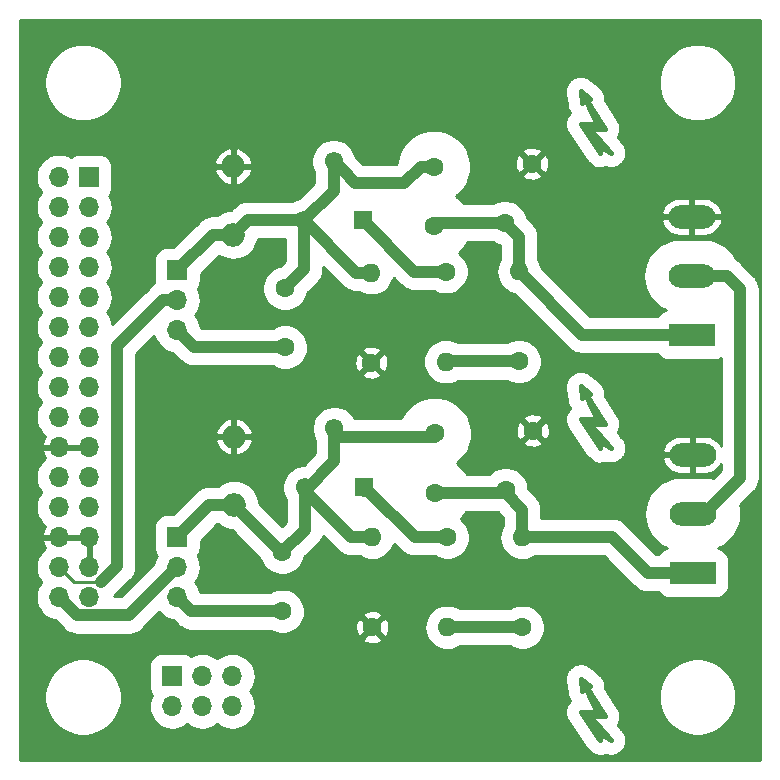
<source format=gbr>
G04 #@! TF.GenerationSoftware,KiCad,Pcbnew,(5.1.2)-1*
G04 #@! TF.CreationDate,2019-10-08T11:37:34+11:00*
G04 #@! TF.ProjectId,AnalogDiscovery_x20_powerMainsProbe,416e616c-6f67-4446-9973-636f76657279,rev?*
G04 #@! TF.SameCoordinates,PX69618a0PY7bfa480*
G04 #@! TF.FileFunction,Copper,L2,Bot*
G04 #@! TF.FilePolarity,Positive*
%FSLAX46Y46*%
G04 Gerber Fmt 4.6, Leading zero omitted, Abs format (unit mm)*
G04 Created by KiCad (PCBNEW (5.1.2)-1) date 2019-10-08 11:37:34*
%MOMM*%
%LPD*%
G04 APERTURE LIST*
%ADD10C,0.381000*%
%ADD11O,1.700000X1.700000*%
%ADD12R,1.700000X1.700000*%
%ADD13C,1.600000*%
%ADD14O,2.000000X2.000000*%
%ADD15C,1.550000*%
%ADD16R,1.550000X1.550000*%
%ADD17O,1.600000X1.600000*%
%ADD18O,3.960000X1.980000*%
%ADD19R,3.960000X1.980000*%
%ADD20C,0.800000*%
%ADD21C,1.000000*%
%ADD22C,0.250000*%
%ADD23C,0.254000*%
G04 APERTURE END LIST*
D10*
X48373000Y31774000D02*
X48246000Y31266000D01*
X49516000Y29488000D02*
X48373000Y31774000D01*
X48119000Y29488000D02*
X49516000Y29488000D01*
X49643000Y27202000D02*
X48119000Y29488000D01*
X49897000Y27583000D02*
X49770000Y27075000D01*
X50659000Y27075000D02*
X49897000Y27583000D01*
X48881000Y29107000D02*
X50659000Y27075000D01*
X50151000Y29107000D02*
X48881000Y29107000D01*
X48373000Y31901000D02*
X50151000Y29107000D01*
X48881000Y31647000D02*
X48373000Y31901000D01*
X48119000Y32282000D02*
X48881000Y31647000D01*
X48246000Y31266000D02*
X48119000Y32282000D01*
X48500000Y29361000D02*
X49770000Y29361000D01*
X49897000Y27456000D02*
X48500000Y29361000D01*
X48373000Y56774000D02*
X48246000Y56266000D01*
X49516000Y54488000D02*
X48373000Y56774000D01*
X48119000Y54488000D02*
X49516000Y54488000D01*
X49643000Y52202000D02*
X48119000Y54488000D01*
X49897000Y52583000D02*
X49770000Y52075000D01*
X50659000Y52075000D02*
X49897000Y52583000D01*
X48881000Y54107000D02*
X50659000Y52075000D01*
X50151000Y54107000D02*
X48881000Y54107000D01*
X48373000Y56901000D02*
X50151000Y54107000D01*
X48881000Y56647000D02*
X48373000Y56901000D01*
X48119000Y57282000D02*
X48881000Y56647000D01*
X48246000Y56266000D02*
X48119000Y57282000D01*
X48500000Y54361000D02*
X49770000Y54361000D01*
X49897000Y52456000D02*
X48500000Y54361000D01*
X49897000Y2706000D02*
X48500000Y4611000D01*
X48500000Y4611000D02*
X49770000Y4611000D01*
X48246000Y6516000D02*
X48119000Y7532000D01*
X48119000Y7532000D02*
X48881000Y6897000D01*
X48881000Y6897000D02*
X48373000Y7151000D01*
X48373000Y7151000D02*
X50151000Y4357000D01*
X50151000Y4357000D02*
X48881000Y4357000D01*
X48881000Y4357000D02*
X50659000Y2325000D01*
X50659000Y2325000D02*
X49897000Y2833000D01*
X49897000Y2833000D02*
X49770000Y2325000D01*
X49643000Y2452000D02*
X48119000Y4738000D01*
X48119000Y4738000D02*
X49516000Y4738000D01*
X49516000Y4738000D02*
X48373000Y7024000D01*
X48373000Y7024000D02*
X48246000Y6516000D01*
D11*
X18640000Y5200000D03*
X18640000Y7740000D03*
X16100000Y5200000D03*
X16100000Y7740000D03*
X13560000Y5200000D03*
D12*
X13560000Y7740000D03*
D11*
X13960000Y37020000D03*
X13960000Y39560000D03*
D12*
X13960000Y42100000D03*
D13*
X23100000Y35600000D03*
X23100000Y40600000D03*
D11*
X13960000Y14430000D03*
X13960000Y16970000D03*
D12*
X13960000Y19510000D03*
D13*
X22850000Y13240000D03*
X22850000Y18240000D03*
D14*
X18700000Y50930000D03*
X18700000Y45130000D03*
X18770000Y28030000D03*
X18770000Y22230000D03*
D13*
X44000000Y51150000D03*
X41700000Y46150000D03*
D15*
X27200000Y51350000D03*
D16*
X29700000Y46350000D03*
D15*
X24700000Y46350000D03*
X27270000Y28750000D03*
D16*
X29770000Y23750000D03*
D15*
X24770000Y23750000D03*
D13*
X44070000Y28550000D03*
X41770000Y23550000D03*
D17*
X30400000Y41920000D03*
D13*
X30400000Y34300000D03*
D17*
X36700000Y34380000D03*
D13*
X36700000Y42000000D03*
D17*
X42900000Y42020000D03*
D13*
X42900000Y34400000D03*
D17*
X30470000Y19510000D03*
D13*
X30470000Y11890000D03*
D17*
X36820000Y11890000D03*
D13*
X36820000Y19510000D03*
D17*
X43170000Y19510000D03*
D13*
X43170000Y11890000D03*
D18*
X57525000Y46650000D03*
X57525000Y41650000D03*
D19*
X57525000Y36650000D03*
D13*
X35700000Y45900000D03*
X35700000Y50900000D03*
X35770000Y23300000D03*
X35770000Y28300000D03*
D18*
X57600000Y26500000D03*
X57600000Y21500000D03*
D19*
X57600000Y16500000D03*
D11*
X3960000Y14440000D03*
X6500000Y14440000D03*
X3960000Y16980000D03*
X6500000Y16980000D03*
X3960000Y19520000D03*
X6500000Y19520000D03*
X3960000Y22060000D03*
X6500000Y22060000D03*
X3960000Y24600000D03*
X6500000Y24600000D03*
X3960000Y27140000D03*
X6500000Y27140000D03*
X3960000Y29680000D03*
X6500000Y29680000D03*
X3960000Y32220000D03*
X6500000Y32220000D03*
X3960000Y34760000D03*
X6500000Y34760000D03*
X3960000Y37300000D03*
X6500000Y37300000D03*
X3960000Y39840000D03*
X6500000Y39840000D03*
X3960000Y42380000D03*
X6500000Y42380000D03*
X3960000Y44920000D03*
X6500000Y44920000D03*
X3960000Y47460000D03*
X6500000Y47460000D03*
X3960000Y50000000D03*
D12*
X6500000Y50000000D03*
D20*
X11420000Y61420000D03*
X21420000Y61420000D03*
X31420000Y61420000D03*
X41420000Y61420000D03*
X51420000Y61420000D03*
X11420000Y51420000D03*
X21420000Y51420000D03*
X31420000Y51420000D03*
X41420000Y51420000D03*
X11420000Y41420000D03*
X51420000Y41420000D03*
X22690000Y31420000D03*
X32690000Y31420000D03*
X42690000Y31420000D03*
X51420000Y21420000D03*
X11420000Y11420000D03*
X21400000Y11100000D03*
X51420000Y11420000D03*
X11420000Y1420000D03*
X21420000Y1420000D03*
X31420000Y1420000D03*
X41420000Y1420000D03*
D21*
X5510001Y12889999D02*
X3960000Y14440000D01*
X13960000Y16970000D02*
X9879999Y12889999D01*
X9879999Y12889999D02*
X5510001Y12889999D01*
D22*
X5230000Y15710000D02*
X3960000Y16980000D01*
X7524002Y15710000D02*
X5230000Y15710000D01*
D21*
X8050001Y16235999D02*
X7524002Y15710000D01*
X8880000Y17065998D02*
X8050001Y16235999D01*
X8880000Y35682081D02*
X8880000Y17065998D01*
X12757919Y39560000D02*
X8880000Y35682081D01*
X13960000Y39560000D02*
X12757919Y39560000D01*
X58590000Y21500000D02*
X57600000Y21500000D01*
X61650001Y24560001D02*
X58590000Y21500000D01*
X61650001Y40504999D02*
X61650001Y24560001D01*
X60505000Y41650000D02*
X61650001Y40504999D01*
X57525000Y41650000D02*
X60505000Y41650000D01*
X50790000Y19510000D02*
X43170000Y19510000D01*
X57600000Y16500000D02*
X53800000Y16500000D01*
X53800000Y16500000D02*
X50790000Y19510000D01*
X43170000Y21850000D02*
X41770000Y23250000D01*
X43170000Y19510000D02*
X43170000Y21850000D01*
X36020000Y23250000D02*
X35770000Y23000000D01*
X41770000Y23250000D02*
X36020000Y23250000D01*
X48270000Y36650000D02*
X42900000Y42020000D01*
X57525000Y36650000D02*
X48270000Y36650000D01*
X42900000Y44950000D02*
X41700000Y46150000D01*
X42900000Y42020000D02*
X42900000Y44950000D01*
X35950000Y46150000D02*
X35700000Y45900000D01*
X41700000Y46150000D02*
X35950000Y46150000D01*
X43170000Y11890000D02*
X36820000Y11890000D01*
X36720000Y34400000D02*
X36700000Y34380000D01*
X42900000Y34400000D02*
X36720000Y34400000D01*
X35688630Y19510000D02*
X36820000Y19510000D01*
X34079998Y19510000D02*
X35688630Y19510000D01*
X30139998Y23450000D02*
X34079998Y19510000D01*
X29770000Y23450000D02*
X30139998Y23450000D01*
X34050000Y42000000D02*
X29700000Y46350000D01*
X36700000Y42000000D02*
X34050000Y42000000D01*
X27720000Y28000000D02*
X27270000Y28450000D01*
X35770000Y28000000D02*
X27720000Y28000000D01*
X27270000Y25950000D02*
X24770000Y23450000D01*
X27270000Y28450000D02*
X27270000Y25950000D01*
X28710000Y19510000D02*
X30470000Y19510000D01*
X24770000Y23450000D02*
X28710000Y19510000D01*
X24770000Y20160000D02*
X22850000Y18240000D01*
X24770000Y23450000D02*
X24770000Y20160000D01*
X22760000Y18240000D02*
X18770000Y22230000D01*
X22850000Y18240000D02*
X22760000Y18240000D01*
X16680000Y22230000D02*
X13960000Y19510000D01*
X18770000Y22230000D02*
X16680000Y22230000D01*
X15150000Y13240000D02*
X13960000Y14430000D01*
X22850000Y13240000D02*
X15150000Y13240000D01*
X29130000Y41920000D02*
X24700000Y46350000D01*
X30400000Y41920000D02*
X29130000Y41920000D01*
X27200000Y48850000D02*
X24700000Y46350000D01*
X27200000Y51350000D02*
X27200000Y48850000D01*
X27974999Y50575001D02*
X27200000Y51350000D01*
X29030001Y49519999D02*
X27974999Y50575001D01*
X33188629Y49519999D02*
X29030001Y49519999D01*
X34568630Y50900000D02*
X33188629Y49519999D01*
X35700000Y50900000D02*
X34568630Y50900000D01*
X24700000Y42200000D02*
X23100000Y40600000D01*
X24700000Y46350000D02*
X24700000Y42200000D01*
X19920000Y46350000D02*
X18700000Y45130000D01*
X24700000Y46350000D02*
X19920000Y46350000D01*
X16990000Y45130000D02*
X13960000Y42100000D01*
X18700000Y45130000D02*
X16990000Y45130000D01*
X15380000Y35600000D02*
X13960000Y37020000D01*
X23100000Y35600000D02*
X15380000Y35600000D01*
D23*
G36*
X63340000Y660000D02*
G01*
X660000Y660000D01*
X660000Y6322756D01*
X2723000Y6322756D01*
X2723000Y5677244D01*
X2848933Y5044134D01*
X3095960Y4447758D01*
X3454588Y3911034D01*
X3911034Y3454588D01*
X4447758Y3095960D01*
X5044134Y2848933D01*
X5677244Y2723000D01*
X6322756Y2723000D01*
X6955866Y2848933D01*
X7552242Y3095960D01*
X8088966Y3454588D01*
X8545412Y3911034D01*
X8904040Y4447758D01*
X9151067Y5044134D01*
X9182070Y5200000D01*
X11573435Y5200000D01*
X11611606Y4812440D01*
X11724653Y4439774D01*
X11908232Y4096324D01*
X12155286Y3795286D01*
X12456324Y3548232D01*
X12799774Y3364653D01*
X13172440Y3251606D01*
X13462884Y3223000D01*
X13657116Y3223000D01*
X13947560Y3251606D01*
X14320226Y3364653D01*
X14663676Y3548232D01*
X14830000Y3684730D01*
X14996324Y3548232D01*
X15339774Y3364653D01*
X15712440Y3251606D01*
X16002884Y3223000D01*
X16197116Y3223000D01*
X16487560Y3251606D01*
X16860226Y3364653D01*
X17203676Y3548232D01*
X17370000Y3684730D01*
X17536324Y3548232D01*
X17879774Y3364653D01*
X18252440Y3251606D01*
X18542884Y3223000D01*
X18737116Y3223000D01*
X19027560Y3251606D01*
X19400226Y3364653D01*
X19743676Y3548232D01*
X20044714Y3795286D01*
X20291768Y4096324D01*
X20475347Y4439774D01*
X20565812Y4738000D01*
X46795126Y4738000D01*
X46807811Y4609209D01*
X46820295Y4481084D01*
X46820495Y4480421D01*
X46820564Y4479725D01*
X46858208Y4355629D01*
X46895371Y4232656D01*
X46895697Y4232045D01*
X46895900Y4231375D01*
X46956850Y4117346D01*
X46986876Y4061030D01*
X46987256Y4060460D01*
X47018239Y4002495D01*
X47059058Y3952758D01*
X48582671Y1667336D01*
X48705901Y1516860D01*
X48765411Y1467917D01*
X48789482Y1435492D01*
X48981857Y1261294D01*
X49204520Y1127973D01*
X49448914Y1040654D01*
X49705647Y1002692D01*
X49964853Y1015545D01*
X50216570Y1078719D01*
X50221261Y1080940D01*
X50235211Y1076725D01*
X50314926Y1046620D01*
X50359162Y1039266D01*
X50402083Y1026295D01*
X50486888Y1018032D01*
X50570937Y1004059D01*
X50615751Y1005476D01*
X50660384Y1001127D01*
X50745169Y1009568D01*
X50830332Y1012260D01*
X50874018Y1022395D01*
X50918632Y1026836D01*
X51000133Y1051652D01*
X51083142Y1070909D01*
X51124007Y1089370D01*
X51166903Y1102431D01*
X51242009Y1142677D01*
X51319654Y1177753D01*
X51356129Y1203829D01*
X51395655Y1225009D01*
X51461463Y1279132D01*
X51530777Y1328684D01*
X51561468Y1361379D01*
X51596098Y1389860D01*
X51650082Y1455779D01*
X51708397Y1517903D01*
X51732118Y1555954D01*
X51760529Y1590647D01*
X51800615Y1665832D01*
X51845691Y1738139D01*
X51861534Y1780091D01*
X51882629Y1819656D01*
X51907275Y1901212D01*
X51937380Y1980927D01*
X51944734Y2025163D01*
X51957705Y2068084D01*
X51965968Y2152889D01*
X51979941Y2236938D01*
X51978524Y2281752D01*
X51982873Y2326385D01*
X51974432Y2411170D01*
X51971740Y2496333D01*
X51961605Y2540019D01*
X51957164Y2584633D01*
X51932348Y2666134D01*
X51913091Y2749143D01*
X51894630Y2790008D01*
X51881569Y2832904D01*
X51841324Y2908008D01*
X51806247Y2985655D01*
X51780169Y3022133D01*
X51758991Y3061655D01*
X51704876Y3127454D01*
X51693135Y3143877D01*
X51663737Y3177474D01*
X51594140Y3262098D01*
X51578445Y3274951D01*
X51260657Y3638138D01*
X51306016Y3722998D01*
X51362488Y3823205D01*
X51367107Y3837292D01*
X51374100Y3850375D01*
X51407510Y3960513D01*
X51443348Y4069812D01*
X51445130Y4084530D01*
X51449436Y4098725D01*
X51460716Y4213249D01*
X51474544Y4327455D01*
X51473420Y4342241D01*
X51474874Y4357000D01*
X51463597Y4471501D01*
X51454877Y4586233D01*
X51450889Y4600519D01*
X51449436Y4615275D01*
X51416038Y4725373D01*
X51385102Y4836202D01*
X51378405Y4849433D01*
X51374100Y4863625D01*
X51319854Y4965113D01*
X51297268Y5009735D01*
X51289361Y5022160D01*
X51251761Y5092505D01*
X51219859Y5131377D01*
X50461709Y6322756D01*
X54723000Y6322756D01*
X54723000Y5677244D01*
X54848933Y5044134D01*
X55095960Y4447758D01*
X55454588Y3911034D01*
X55911034Y3454588D01*
X56447758Y3095960D01*
X57044134Y2848933D01*
X57677244Y2723000D01*
X58322756Y2723000D01*
X58955866Y2848933D01*
X59552242Y3095960D01*
X60088966Y3454588D01*
X60545412Y3911034D01*
X60904040Y4447758D01*
X61151067Y5044134D01*
X61277000Y5677244D01*
X61277000Y6322756D01*
X61151067Y6955866D01*
X60904040Y7552242D01*
X60545412Y8088966D01*
X60088966Y8545412D01*
X59552242Y8904040D01*
X58955866Y9151067D01*
X58322756Y9277000D01*
X57677244Y9277000D01*
X57044134Y9151067D01*
X56447758Y8904040D01*
X55911034Y8545412D01*
X55454588Y8088966D01*
X55095960Y7552242D01*
X54848933Y6955866D01*
X54723000Y6322756D01*
X50461709Y6322756D01*
X50194463Y6742714D01*
X50197487Y6757341D01*
X50197660Y6780415D01*
X50201543Y6803153D01*
X50198633Y6909993D01*
X50199436Y7016858D01*
X50195106Y7039514D01*
X50194478Y7062581D01*
X50170782Y7166795D01*
X50150720Y7271770D01*
X50142050Y7293155D01*
X50136936Y7315645D01*
X50093374Y7413212D01*
X50053209Y7512278D01*
X50040534Y7531560D01*
X50031130Y7552622D01*
X49969369Y7639818D01*
X49910651Y7729142D01*
X49894458Y7745581D01*
X49881125Y7764404D01*
X49803534Y7837881D01*
X49774159Y7867701D01*
X49756540Y7882383D01*
X49692686Y7942852D01*
X49657085Y7965263D01*
X48995071Y8516940D01*
X48931779Y8577002D01*
X48840817Y8634395D01*
X48751826Y8694829D01*
X48731215Y8703548D01*
X48712292Y8715488D01*
X48611870Y8754037D01*
X48512809Y8795944D01*
X48490898Y8800474D01*
X48470005Y8808494D01*
X48363982Y8826712D01*
X48258659Y8848486D01*
X48236285Y8848654D01*
X48214229Y8852444D01*
X48106693Y8849628D01*
X47999143Y8850436D01*
X47977165Y8846236D01*
X47954794Y8845650D01*
X47849879Y8821910D01*
X47744231Y8801720D01*
X47723494Y8793312D01*
X47701669Y8788374D01*
X47603412Y8744627D01*
X47503722Y8704209D01*
X47485021Y8691915D01*
X47464581Y8682815D01*
X47376745Y8620739D01*
X47286858Y8561650D01*
X47270917Y8545947D01*
X47252643Y8533032D01*
X47178611Y8455018D01*
X47101972Y8379523D01*
X47089398Y8361007D01*
X47073998Y8344779D01*
X47016610Y8253824D01*
X46956171Y8164826D01*
X46947452Y8144215D01*
X46935512Y8125292D01*
X46896963Y8024870D01*
X46855056Y7925809D01*
X46850526Y7903898D01*
X46842506Y7883005D01*
X46824288Y7776982D01*
X46802514Y7671659D01*
X46802346Y7649285D01*
X46798556Y7627229D01*
X46801372Y7519683D01*
X46800564Y7412143D01*
X46816941Y7326448D01*
X46932561Y6401485D01*
X46936545Y6321147D01*
X46964381Y6210233D01*
X46989626Y6098669D01*
X46995940Y6084488D01*
X46999719Y6069430D01*
X47048671Y5966052D01*
X47095185Y5861581D01*
X47104143Y5848905D01*
X47110788Y5834873D01*
X47178958Y5743044D01*
X47211171Y5697464D01*
X47183860Y5675098D01*
X47183420Y5674564D01*
X47182880Y5674120D01*
X47100592Y5573852D01*
X47019009Y5474655D01*
X47018682Y5474045D01*
X47018239Y5473505D01*
X46957081Y5359086D01*
X46896431Y5245903D01*
X46896230Y5245242D01*
X46895900Y5244625D01*
X46858142Y5120152D01*
X46820836Y4997632D01*
X46820768Y4996947D01*
X46820564Y4996275D01*
X46807839Y4867077D01*
X46795127Y4739384D01*
X46795194Y4738693D01*
X46795126Y4738000D01*
X20565812Y4738000D01*
X20588394Y4812440D01*
X20626565Y5200000D01*
X20588394Y5587560D01*
X20475347Y5960226D01*
X20291768Y6303676D01*
X20155270Y6470000D01*
X20291768Y6636324D01*
X20475347Y6979774D01*
X20588394Y7352440D01*
X20626565Y7740000D01*
X20588394Y8127560D01*
X20475347Y8500226D01*
X20291768Y8843676D01*
X20044714Y9144714D01*
X19743676Y9391768D01*
X19400226Y9575347D01*
X19027560Y9688394D01*
X18737116Y9717000D01*
X18542884Y9717000D01*
X18252440Y9688394D01*
X17879774Y9575347D01*
X17536324Y9391768D01*
X17370000Y9255270D01*
X17203676Y9391768D01*
X16860226Y9575347D01*
X16487560Y9688394D01*
X16197116Y9717000D01*
X16002884Y9717000D01*
X15712440Y9688394D01*
X15339774Y9575347D01*
X15125445Y9460785D01*
X15039157Y9531600D01*
X14843371Y9636250D01*
X14630931Y9700693D01*
X14410000Y9722453D01*
X12710000Y9722453D01*
X12489069Y9700693D01*
X12276629Y9636250D01*
X12080843Y9531600D01*
X11909235Y9390765D01*
X11768400Y9219157D01*
X11663750Y9023371D01*
X11599307Y8810931D01*
X11577547Y8590000D01*
X11577547Y6890000D01*
X11599307Y6669069D01*
X11663750Y6456629D01*
X11768400Y6260843D01*
X11839215Y6174555D01*
X11724653Y5960226D01*
X11611606Y5587560D01*
X11573435Y5200000D01*
X9182070Y5200000D01*
X9277000Y5677244D01*
X9277000Y6322756D01*
X9151067Y6955866D01*
X8904040Y7552242D01*
X8545412Y8088966D01*
X8088966Y8545412D01*
X7552242Y8904040D01*
X6955866Y9151067D01*
X6322756Y9277000D01*
X5677244Y9277000D01*
X5044134Y9151067D01*
X4447758Y8904040D01*
X3911034Y8545412D01*
X3454588Y8088966D01*
X3095960Y7552242D01*
X2848933Y6955866D01*
X2723000Y6322756D01*
X660000Y6322756D01*
X660000Y10897298D01*
X29656903Y10897298D01*
X29728486Y10653329D01*
X29983996Y10532429D01*
X30258184Y10463700D01*
X30540512Y10449783D01*
X30820130Y10491213D01*
X31086292Y10586397D01*
X31211514Y10653329D01*
X31283097Y10897298D01*
X30470000Y11710395D01*
X29656903Y10897298D01*
X660000Y10897298D01*
X660000Y50000000D01*
X1973435Y50000000D01*
X2011606Y49612440D01*
X2124653Y49239774D01*
X2308232Y48896324D01*
X2444730Y48730000D01*
X2308232Y48563676D01*
X2124653Y48220226D01*
X2011606Y47847560D01*
X1973435Y47460000D01*
X2011606Y47072440D01*
X2124653Y46699774D01*
X2308232Y46356324D01*
X2444730Y46190000D01*
X2308232Y46023676D01*
X2124653Y45680226D01*
X2011606Y45307560D01*
X1973435Y44920000D01*
X2011606Y44532440D01*
X2124653Y44159774D01*
X2308232Y43816324D01*
X2444730Y43650000D01*
X2308232Y43483676D01*
X2124653Y43140226D01*
X2011606Y42767560D01*
X1973435Y42380000D01*
X2011606Y41992440D01*
X2124653Y41619774D01*
X2308232Y41276324D01*
X2444730Y41110000D01*
X2308232Y40943676D01*
X2124653Y40600226D01*
X2011606Y40227560D01*
X1973435Y39840000D01*
X2011606Y39452440D01*
X2124653Y39079774D01*
X2308232Y38736324D01*
X2444730Y38570000D01*
X2308232Y38403676D01*
X2124653Y38060226D01*
X2011606Y37687560D01*
X1973435Y37300000D01*
X2011606Y36912440D01*
X2124653Y36539774D01*
X2308232Y36196324D01*
X2444730Y36030000D01*
X2308232Y35863676D01*
X2124653Y35520226D01*
X2011606Y35147560D01*
X1973435Y34760000D01*
X2011606Y34372440D01*
X2124653Y33999774D01*
X2308232Y33656324D01*
X2444730Y33490000D01*
X2308232Y33323676D01*
X2124653Y32980226D01*
X2011606Y32607560D01*
X1973435Y32220000D01*
X2011606Y31832440D01*
X2124653Y31459774D01*
X2308232Y31116324D01*
X2444730Y30950000D01*
X2308232Y30783676D01*
X2124653Y30440226D01*
X2011606Y30067560D01*
X1973435Y29680000D01*
X2011606Y29292440D01*
X2124653Y28919774D01*
X2308232Y28576324D01*
X2555286Y28275286D01*
X2808264Y28067674D01*
X2688359Y27906920D01*
X2563175Y27644099D01*
X2518524Y27496890D01*
X2639845Y27267000D01*
X3833000Y27267000D01*
X3833000Y27287000D01*
X4087000Y27287000D01*
X4087000Y27267000D01*
X6373000Y27267000D01*
X6373000Y27287000D01*
X6627000Y27287000D01*
X6627000Y27267000D01*
X6647000Y27267000D01*
X6647000Y27013000D01*
X6627000Y27013000D01*
X6627000Y26993000D01*
X6373000Y26993000D01*
X6373000Y27013000D01*
X4087000Y27013000D01*
X4087000Y26993000D01*
X3833000Y26993000D01*
X3833000Y27013000D01*
X2639845Y27013000D01*
X2518524Y26783110D01*
X2563175Y26635901D01*
X2688359Y26373080D01*
X2808264Y26212326D01*
X2555286Y26004714D01*
X2308232Y25703676D01*
X2124653Y25360226D01*
X2011606Y24987560D01*
X1973435Y24600000D01*
X2011606Y24212440D01*
X2124653Y23839774D01*
X2308232Y23496324D01*
X2444730Y23330000D01*
X2308232Y23163676D01*
X2124653Y22820226D01*
X2011606Y22447560D01*
X1973435Y22060000D01*
X2011606Y21672440D01*
X2124653Y21299774D01*
X2308232Y20956324D01*
X2555286Y20655286D01*
X2808264Y20447674D01*
X2688359Y20286920D01*
X2563175Y20024099D01*
X2518524Y19876890D01*
X2639845Y19647000D01*
X3833000Y19647000D01*
X3833000Y19667000D01*
X4087000Y19667000D01*
X4087000Y19647000D01*
X6373000Y19647000D01*
X6373000Y19667000D01*
X6627000Y19667000D01*
X6627000Y19647000D01*
X6647000Y19647000D01*
X6647000Y19393000D01*
X6627000Y19393000D01*
X6627000Y17113923D01*
X6475077Y16962000D01*
X6353000Y16962000D01*
X6353000Y17107000D01*
X6373000Y17107000D01*
X6373000Y19393000D01*
X4087000Y19393000D01*
X4087000Y19373000D01*
X3833000Y19373000D01*
X3833000Y19393000D01*
X2639845Y19393000D01*
X2518524Y19163110D01*
X2563175Y19015901D01*
X2688359Y18753080D01*
X2808264Y18592326D01*
X2555286Y18384714D01*
X2308232Y18083676D01*
X2124653Y17740226D01*
X2011606Y17367560D01*
X1973435Y16980000D01*
X2011606Y16592440D01*
X2124653Y16219774D01*
X2308232Y15876324D01*
X2444730Y15710000D01*
X2308232Y15543676D01*
X2124653Y15200226D01*
X2011606Y14827560D01*
X1973435Y14440000D01*
X2011606Y14052440D01*
X2124653Y13679774D01*
X2308232Y13336324D01*
X2555286Y13035286D01*
X2856324Y12788232D01*
X3199774Y12604653D01*
X3572440Y12491606D01*
X3611296Y12487779D01*
X4303021Y11796054D01*
X4353972Y11733970D01*
X4416054Y11683021D01*
X4601714Y11530653D01*
X4636159Y11512242D01*
X4884363Y11379574D01*
X5191053Y11286541D01*
X5430076Y11262999D01*
X5430086Y11262999D01*
X5510000Y11255128D01*
X5589915Y11262999D01*
X9800085Y11262999D01*
X9879999Y11255128D01*
X9959913Y11262999D01*
X9959924Y11262999D01*
X10198947Y11286541D01*
X10505637Y11379574D01*
X10788285Y11530653D01*
X11036028Y11733970D01*
X11086978Y11796053D01*
X12447522Y13156597D01*
X12555286Y13025286D01*
X12856324Y12778232D01*
X13199774Y12594653D01*
X13572440Y12481606D01*
X13611295Y12477779D01*
X13943025Y12146049D01*
X13993971Y12083971D01*
X14056049Y12033025D01*
X14056052Y12033022D01*
X14230326Y11890000D01*
X14241714Y11880654D01*
X14524362Y11729575D01*
X14831052Y11636542D01*
X15070075Y11613000D01*
X15070085Y11613000D01*
X15149999Y11605129D01*
X15229914Y11613000D01*
X21816469Y11613000D01*
X21937223Y11532315D01*
X22287915Y11387053D01*
X22660207Y11313000D01*
X23039793Y11313000D01*
X23412085Y11387053D01*
X23762777Y11532315D01*
X24078391Y11743201D01*
X24154678Y11819488D01*
X29029783Y11819488D01*
X29071213Y11539870D01*
X29166397Y11273708D01*
X29233329Y11148486D01*
X29477298Y11076903D01*
X30290395Y11890000D01*
X30649605Y11890000D01*
X31462702Y11076903D01*
X31706671Y11148486D01*
X31827571Y11403996D01*
X31896300Y11678184D01*
X31906741Y11890000D01*
X34883677Y11890000D01*
X34920883Y11512242D01*
X35031071Y11149001D01*
X35210006Y10814237D01*
X35450813Y10520813D01*
X35744237Y10280006D01*
X36079001Y10101071D01*
X36442242Y9990883D01*
X36725342Y9963000D01*
X36914658Y9963000D01*
X37197758Y9990883D01*
X37560999Y10101071D01*
X37863947Y10263000D01*
X42136469Y10263000D01*
X42257223Y10182315D01*
X42607915Y10037053D01*
X42980207Y9963000D01*
X43359793Y9963000D01*
X43732085Y10037053D01*
X44082777Y10182315D01*
X44398391Y10393201D01*
X44666799Y10661609D01*
X44877685Y10977223D01*
X45022947Y11327915D01*
X45097000Y11700207D01*
X45097000Y12079793D01*
X45022947Y12452085D01*
X44877685Y12802777D01*
X44666799Y13118391D01*
X44398391Y13386799D01*
X44082777Y13597685D01*
X43732085Y13742947D01*
X43359793Y13817000D01*
X42980207Y13817000D01*
X42607915Y13742947D01*
X42257223Y13597685D01*
X42136469Y13517000D01*
X37863947Y13517000D01*
X37560999Y13678929D01*
X37197758Y13789117D01*
X36914658Y13817000D01*
X36725342Y13817000D01*
X36442242Y13789117D01*
X36079001Y13678929D01*
X35744237Y13499994D01*
X35450813Y13259187D01*
X35210006Y12965763D01*
X35031071Y12630999D01*
X34920883Y12267758D01*
X34883677Y11890000D01*
X31906741Y11890000D01*
X31910217Y11960512D01*
X31868787Y12240130D01*
X31773603Y12506292D01*
X31706671Y12631514D01*
X31462702Y12703097D01*
X30649605Y11890000D01*
X30290395Y11890000D01*
X29477298Y12703097D01*
X29233329Y12631514D01*
X29112429Y12376004D01*
X29043700Y12101816D01*
X29029783Y11819488D01*
X24154678Y11819488D01*
X24346799Y12011609D01*
X24557685Y12327223D01*
X24702947Y12677915D01*
X24743681Y12882702D01*
X29656903Y12882702D01*
X30470000Y12069605D01*
X31283097Y12882702D01*
X31211514Y13126671D01*
X30956004Y13247571D01*
X30681816Y13316300D01*
X30399488Y13330217D01*
X30119870Y13288787D01*
X29853708Y13193603D01*
X29728486Y13126671D01*
X29656903Y12882702D01*
X24743681Y12882702D01*
X24777000Y13050207D01*
X24777000Y13429793D01*
X24702947Y13802085D01*
X24557685Y14152777D01*
X24346799Y14468391D01*
X24078391Y14736799D01*
X23762777Y14947685D01*
X23412085Y15092947D01*
X23039793Y15167000D01*
X22660207Y15167000D01*
X22287915Y15092947D01*
X21937223Y14947685D01*
X21816469Y14867000D01*
X15893397Y14867000D01*
X15795347Y15190226D01*
X15611768Y15533676D01*
X15475270Y15700000D01*
X15611768Y15866324D01*
X15795347Y16209774D01*
X15908394Y16582440D01*
X15946565Y16970000D01*
X15908394Y17357560D01*
X15795347Y17730226D01*
X15680785Y17944555D01*
X15751600Y18030843D01*
X15856250Y18226629D01*
X15920693Y18439069D01*
X15942453Y18660000D01*
X15942453Y19191528D01*
X17353926Y20603000D01*
X17399696Y20603000D01*
X17582585Y20452907D01*
X17952094Y20255401D01*
X18353035Y20133776D01*
X18588489Y20110586D01*
X20991067Y17708007D01*
X20997053Y17677915D01*
X21142315Y17327223D01*
X21353201Y17011609D01*
X21621609Y16743201D01*
X21937223Y16532315D01*
X22287915Y16387053D01*
X22660207Y16313000D01*
X23039793Y16313000D01*
X23412085Y16387053D01*
X23762777Y16532315D01*
X24078391Y16743201D01*
X24346799Y17011609D01*
X24557685Y17327223D01*
X24702947Y17677915D01*
X24731280Y17820354D01*
X25863951Y18953025D01*
X25926029Y19003971D01*
X25976975Y19066049D01*
X25976978Y19066052D01*
X26129346Y19251714D01*
X26165956Y19320207D01*
X26280425Y19534362D01*
X26304697Y19614378D01*
X27503020Y18416055D01*
X27553971Y18353971D01*
X27630988Y18290765D01*
X27801713Y18150654D01*
X28064063Y18010425D01*
X28084362Y17999575D01*
X28391052Y17906542D01*
X28630075Y17883000D01*
X28630085Y17883000D01*
X28709999Y17875129D01*
X28789914Y17883000D01*
X29426053Y17883000D01*
X29729001Y17721071D01*
X30092242Y17610883D01*
X30375342Y17583000D01*
X30564658Y17583000D01*
X30847758Y17610883D01*
X31210999Y17721071D01*
X31545763Y17900006D01*
X31839187Y18140813D01*
X32079994Y18434237D01*
X32258929Y18769001D01*
X32319709Y18969364D01*
X32873018Y18416055D01*
X32923969Y18353971D01*
X33000986Y18290765D01*
X33171711Y18150654D01*
X33434061Y18010425D01*
X33454360Y17999575D01*
X33761050Y17906542D01*
X34000073Y17883000D01*
X34000083Y17883000D01*
X34079997Y17875129D01*
X34159912Y17883000D01*
X35786469Y17883000D01*
X35907223Y17802315D01*
X36257915Y17657053D01*
X36630207Y17583000D01*
X37009793Y17583000D01*
X37382085Y17657053D01*
X37732777Y17802315D01*
X38048391Y18013201D01*
X38316799Y18281609D01*
X38527685Y18597223D01*
X38672947Y18947915D01*
X38747000Y19320207D01*
X38747000Y19699793D01*
X38672947Y20072085D01*
X38527685Y20422777D01*
X38316799Y20738391D01*
X38048391Y21006799D01*
X37958864Y21066619D01*
X38198899Y21306654D01*
X38410275Y21623000D01*
X41096075Y21623000D01*
X41543001Y21176074D01*
X41543000Y20553948D01*
X41381071Y20250999D01*
X41270883Y19887758D01*
X41233677Y19510000D01*
X41270883Y19132242D01*
X41381071Y18769001D01*
X41560006Y18434237D01*
X41800813Y18140813D01*
X42094237Y17900006D01*
X42429001Y17721071D01*
X42792242Y17610883D01*
X43075342Y17583000D01*
X43264658Y17583000D01*
X43547758Y17610883D01*
X43910999Y17721071D01*
X44213947Y17883000D01*
X50116075Y17883000D01*
X52593025Y15406049D01*
X52643971Y15343971D01*
X52706049Y15293025D01*
X52706052Y15293022D01*
X52810968Y15206920D01*
X52891714Y15140654D01*
X53174362Y14989575D01*
X53481052Y14896542D01*
X53800000Y14865128D01*
X53879925Y14873000D01*
X54684837Y14873000D01*
X54819235Y14709235D01*
X54990843Y14568400D01*
X55186629Y14463750D01*
X55399069Y14399307D01*
X55620000Y14377547D01*
X59580000Y14377547D01*
X59800931Y14399307D01*
X60013371Y14463750D01*
X60209157Y14568400D01*
X60380765Y14709235D01*
X60521600Y14880843D01*
X60626250Y15076629D01*
X60690693Y15289069D01*
X60712453Y15510000D01*
X60712453Y17490000D01*
X60690693Y17710931D01*
X60626250Y17923371D01*
X60521600Y18119157D01*
X60380765Y18290765D01*
X60209157Y18431600D01*
X60013371Y18536250D01*
X59800931Y18600693D01*
X59777581Y18602993D01*
X59788596Y18606334D01*
X60330091Y18895770D01*
X60804716Y19285284D01*
X61194230Y19759909D01*
X61483666Y20301404D01*
X61661899Y20888961D01*
X61722081Y21500000D01*
X61661899Y22111039D01*
X61624675Y22233750D01*
X62743952Y23353026D01*
X62806030Y23403972D01*
X62856976Y23466050D01*
X62856979Y23466053D01*
X63009347Y23651715D01*
X63056763Y23740424D01*
X63160426Y23934363D01*
X63253459Y24241053D01*
X63277001Y24480076D01*
X63277001Y24480084D01*
X63284872Y24560001D01*
X63277001Y24639918D01*
X63277001Y40425082D01*
X63284872Y40504999D01*
X63277001Y40584916D01*
X63277001Y40584924D01*
X63253459Y40823947D01*
X63160426Y41130637D01*
X63009347Y41413285D01*
X62931383Y41508285D01*
X62856979Y41598947D01*
X62856976Y41598950D01*
X62806030Y41661028D01*
X62743953Y41711973D01*
X61711979Y42743946D01*
X61661029Y42806029D01*
X61413286Y43009346D01*
X61286528Y43077100D01*
X61119230Y43390091D01*
X60729716Y43864716D01*
X60255091Y44254230D01*
X59713596Y44543666D01*
X59126039Y44721899D01*
X58668120Y44767000D01*
X56381880Y44767000D01*
X55923961Y44721899D01*
X55336404Y44543666D01*
X54794909Y44254230D01*
X54320284Y43864716D01*
X53930770Y43390091D01*
X53641334Y42848596D01*
X53463101Y42261039D01*
X53402919Y41650000D01*
X53463101Y41038961D01*
X53641334Y40451404D01*
X53930770Y39909909D01*
X54320284Y39435284D01*
X54794909Y39045770D01*
X55336404Y38756334D01*
X55347419Y38752993D01*
X55324069Y38750693D01*
X55111629Y38686250D01*
X54915843Y38581600D01*
X54744235Y38440765D01*
X54609837Y38277000D01*
X48943926Y38277000D01*
X44788645Y42432280D01*
X44688929Y42760999D01*
X44527000Y43063947D01*
X44527000Y44870086D01*
X44534871Y44950001D01*
X44527000Y45029915D01*
X44527000Y45029925D01*
X44503458Y45268948D01*
X44410425Y45575638D01*
X44259346Y45858286D01*
X44175702Y45960207D01*
X44106978Y46043948D01*
X44106975Y46043951D01*
X44056029Y46106029D01*
X43993951Y46156975D01*
X43879791Y46271135D01*
X54954782Y46271135D01*
X54985095Y46145472D01*
X55113304Y45852795D01*
X55296148Y45590754D01*
X55526601Y45369419D01*
X55795806Y45197296D01*
X56093418Y45081000D01*
X56408000Y45025000D01*
X57398000Y45025000D01*
X57398000Y46523000D01*
X57652000Y46523000D01*
X57652000Y45025000D01*
X58642000Y45025000D01*
X58956582Y45081000D01*
X59254194Y45197296D01*
X59523399Y45369419D01*
X59753852Y45590754D01*
X59936696Y45852795D01*
X60064905Y46145472D01*
X60095218Y46271135D01*
X59975740Y46523000D01*
X57652000Y46523000D01*
X57398000Y46523000D01*
X55074260Y46523000D01*
X54954782Y46271135D01*
X43879791Y46271135D01*
X43581280Y46569646D01*
X43552947Y46712085D01*
X43421732Y47028865D01*
X54954782Y47028865D01*
X55074260Y46777000D01*
X57398000Y46777000D01*
X57398000Y48275000D01*
X57652000Y48275000D01*
X57652000Y46777000D01*
X59975740Y46777000D01*
X60095218Y47028865D01*
X60064905Y47154528D01*
X59936696Y47447205D01*
X59753852Y47709246D01*
X59523399Y47930581D01*
X59254194Y48102704D01*
X58956582Y48219000D01*
X58642000Y48275000D01*
X57652000Y48275000D01*
X57398000Y48275000D01*
X56408000Y48275000D01*
X56093418Y48219000D01*
X55795806Y48102704D01*
X55526601Y47930581D01*
X55296148Y47709246D01*
X55113304Y47447205D01*
X54985095Y47154528D01*
X54954782Y47028865D01*
X43421732Y47028865D01*
X43407685Y47062777D01*
X43196799Y47378391D01*
X42928391Y47646799D01*
X42612777Y47857685D01*
X42262085Y48002947D01*
X41889793Y48077000D01*
X41510207Y48077000D01*
X41137915Y48002947D01*
X40787223Y47857685D01*
X40666469Y47777000D01*
X38206639Y47777000D01*
X38128899Y47893346D01*
X37693346Y48328899D01*
X37586936Y48400000D01*
X37693346Y48471101D01*
X38128899Y48906654D01*
X38471111Y49418810D01*
X38706831Y49987888D01*
X38740528Y50157298D01*
X43186903Y50157298D01*
X43258486Y49913329D01*
X43513996Y49792429D01*
X43788184Y49723700D01*
X44070512Y49709783D01*
X44350130Y49751213D01*
X44616292Y49846397D01*
X44741514Y49913329D01*
X44813097Y50157298D01*
X44000000Y50970395D01*
X43186903Y50157298D01*
X38740528Y50157298D01*
X38827000Y50592017D01*
X38827000Y51079488D01*
X42559783Y51079488D01*
X42601213Y50799870D01*
X42696397Y50533708D01*
X42763329Y50408486D01*
X43007298Y50336903D01*
X43820395Y51150000D01*
X44179605Y51150000D01*
X44992702Y50336903D01*
X45236671Y50408486D01*
X45357571Y50663996D01*
X45426300Y50938184D01*
X45440217Y51220512D01*
X45398787Y51500130D01*
X45303603Y51766292D01*
X45236671Y51891514D01*
X44992702Y51963097D01*
X44179605Y51150000D01*
X43820395Y51150000D01*
X43007298Y51963097D01*
X42763329Y51891514D01*
X42642429Y51636004D01*
X42573700Y51361816D01*
X42559783Y51079488D01*
X38827000Y51079488D01*
X38827000Y51207983D01*
X38706831Y51812112D01*
X38569897Y52142702D01*
X43186903Y52142702D01*
X44000000Y51329605D01*
X44813097Y52142702D01*
X44741514Y52386671D01*
X44486004Y52507571D01*
X44211816Y52576300D01*
X43929488Y52590217D01*
X43649870Y52548787D01*
X43383708Y52453603D01*
X43258486Y52386671D01*
X43186903Y52142702D01*
X38569897Y52142702D01*
X38471111Y52381190D01*
X38128899Y52893346D01*
X37693346Y53328899D01*
X37181190Y53671111D01*
X36612112Y53906831D01*
X36007983Y54027000D01*
X35392017Y54027000D01*
X34787888Y53906831D01*
X34218810Y53671111D01*
X33706654Y53328899D01*
X33271101Y52893346D01*
X32928889Y52381190D01*
X32693169Y51812112D01*
X32573000Y51207983D01*
X32573000Y51205295D01*
X32514704Y51146999D01*
X29703926Y51146999D01*
X29049460Y51801465D01*
X29028907Y51904793D01*
X28885531Y52250935D01*
X28677380Y52562454D01*
X28412454Y52827380D01*
X28100935Y53035531D01*
X27754793Y53178907D01*
X27387331Y53252000D01*
X27012669Y53252000D01*
X26645207Y53178907D01*
X26299065Y53035531D01*
X25987546Y52827380D01*
X25722620Y52562454D01*
X25514469Y52250935D01*
X25371093Y51904793D01*
X25298000Y51537331D01*
X25298000Y51162669D01*
X25371093Y50795207D01*
X25514469Y50449065D01*
X25573000Y50361467D01*
X25573001Y49523927D01*
X24248535Y48199460D01*
X24145207Y48178907D01*
X23799065Y48035531D01*
X23711467Y47977000D01*
X19999925Y47977000D01*
X19920000Y47984872D01*
X19840075Y47977000D01*
X19601052Y47953458D01*
X19294362Y47860425D01*
X19011714Y47709346D01*
X18763971Y47506029D01*
X18713022Y47443947D01*
X18518489Y47249414D01*
X18283035Y47226224D01*
X17882094Y47104599D01*
X17512585Y46907093D01*
X17329696Y46757000D01*
X17069914Y46757000D01*
X16989999Y46764871D01*
X16910085Y46757000D01*
X16910075Y46757000D01*
X16671052Y46733458D01*
X16364362Y46640425D01*
X16144676Y46523000D01*
X16081714Y46489346D01*
X15896052Y46336978D01*
X15896049Y46336975D01*
X15833971Y46286029D01*
X15783025Y46223951D01*
X13641528Y44082453D01*
X13110000Y44082453D01*
X12889069Y44060693D01*
X12676629Y43996250D01*
X12480843Y43891600D01*
X12309235Y43750765D01*
X12168400Y43579157D01*
X12063750Y43383371D01*
X11999307Y43170931D01*
X11977547Y42950000D01*
X11977547Y41250000D01*
X11999307Y41029069D01*
X12007065Y41003495D01*
X11849633Y40919346D01*
X11601890Y40716029D01*
X11550939Y40653945D01*
X8460602Y37563608D01*
X8448394Y37687560D01*
X8335347Y38060226D01*
X8151768Y38403676D01*
X8015270Y38570000D01*
X8151768Y38736324D01*
X8335347Y39079774D01*
X8448394Y39452440D01*
X8486565Y39840000D01*
X8448394Y40227560D01*
X8335347Y40600226D01*
X8151768Y40943676D01*
X8015270Y41110000D01*
X8151768Y41276324D01*
X8335347Y41619774D01*
X8448394Y41992440D01*
X8486565Y42380000D01*
X8448394Y42767560D01*
X8335347Y43140226D01*
X8151768Y43483676D01*
X8015270Y43650000D01*
X8151768Y43816324D01*
X8335347Y44159774D01*
X8448394Y44532440D01*
X8486565Y44920000D01*
X8448394Y45307560D01*
X8335347Y45680226D01*
X8151768Y46023676D01*
X8015270Y46190000D01*
X8151768Y46356324D01*
X8335347Y46699774D01*
X8448394Y47072440D01*
X8486565Y47460000D01*
X8448394Y47847560D01*
X8335347Y48220226D01*
X8220785Y48434555D01*
X8291600Y48520843D01*
X8396250Y48716629D01*
X8460693Y48929069D01*
X8482453Y49150000D01*
X8482453Y50549566D01*
X17109876Y50549566D01*
X17166498Y50362893D01*
X17306601Y50074618D01*
X17500252Y49819215D01*
X17740008Y49606499D01*
X18016656Y49444644D01*
X18319565Y49339871D01*
X18573000Y49458685D01*
X18573000Y50803000D01*
X18827000Y50803000D01*
X18827000Y49458685D01*
X19080435Y49339871D01*
X19383344Y49444644D01*
X19659992Y49606499D01*
X19899748Y49819215D01*
X20093399Y50074618D01*
X20233502Y50362893D01*
X20290124Y50549566D01*
X20170777Y50803000D01*
X18827000Y50803000D01*
X18573000Y50803000D01*
X17229223Y50803000D01*
X17109876Y50549566D01*
X8482453Y50549566D01*
X8482453Y50850000D01*
X8460693Y51070931D01*
X8396250Y51283371D01*
X8381785Y51310434D01*
X17109876Y51310434D01*
X17229223Y51057000D01*
X18573000Y51057000D01*
X18573000Y52401315D01*
X18827000Y52401315D01*
X18827000Y51057000D01*
X20170777Y51057000D01*
X20290124Y51310434D01*
X20233502Y51497107D01*
X20093399Y51785382D01*
X19899748Y52040785D01*
X19659992Y52253501D01*
X19383344Y52415356D01*
X19080435Y52520129D01*
X18827000Y52401315D01*
X18573000Y52401315D01*
X18319565Y52520129D01*
X18016656Y52415356D01*
X17740008Y52253501D01*
X17500252Y52040785D01*
X17306601Y51785382D01*
X17166498Y51497107D01*
X17109876Y51310434D01*
X8381785Y51310434D01*
X8291600Y51479157D01*
X8150765Y51650765D01*
X7979157Y51791600D01*
X7783371Y51896250D01*
X7570931Y51960693D01*
X7350000Y51982453D01*
X5650000Y51982453D01*
X5429069Y51960693D01*
X5216629Y51896250D01*
X5020843Y51791600D01*
X4934555Y51720785D01*
X4720226Y51835347D01*
X4347560Y51948394D01*
X4057116Y51977000D01*
X3862884Y51977000D01*
X3572440Y51948394D01*
X3199774Y51835347D01*
X2856324Y51651768D01*
X2555286Y51404714D01*
X2308232Y51103676D01*
X2124653Y50760226D01*
X2011606Y50387560D01*
X1973435Y50000000D01*
X660000Y50000000D01*
X660000Y54488000D01*
X46795126Y54488000D01*
X46807811Y54359209D01*
X46820295Y54231084D01*
X46820495Y54230421D01*
X46820564Y54229725D01*
X46858208Y54105629D01*
X46895371Y53982656D01*
X46895697Y53982045D01*
X46895900Y53981375D01*
X46956850Y53867346D01*
X46986876Y53811030D01*
X46987256Y53810460D01*
X47018239Y53752495D01*
X47059058Y53702758D01*
X48582671Y51417336D01*
X48705901Y51266860D01*
X48765411Y51217917D01*
X48789482Y51185492D01*
X48981857Y51011294D01*
X49204520Y50877973D01*
X49448914Y50790654D01*
X49705647Y50752692D01*
X49964853Y50765545D01*
X50216570Y50828719D01*
X50221261Y50830940D01*
X50235211Y50826725D01*
X50314926Y50796620D01*
X50359162Y50789266D01*
X50402083Y50776295D01*
X50486888Y50768032D01*
X50570937Y50754059D01*
X50615751Y50755476D01*
X50660384Y50751127D01*
X50745169Y50759568D01*
X50830332Y50762260D01*
X50874018Y50772395D01*
X50918632Y50776836D01*
X51000133Y50801652D01*
X51083142Y50820909D01*
X51124007Y50839370D01*
X51166903Y50852431D01*
X51242009Y50892677D01*
X51319654Y50927753D01*
X51356129Y50953829D01*
X51395655Y50975009D01*
X51461463Y51029132D01*
X51530777Y51078684D01*
X51561468Y51111379D01*
X51596098Y51139860D01*
X51650082Y51205779D01*
X51708397Y51267903D01*
X51732118Y51305954D01*
X51760529Y51340647D01*
X51800615Y51415832D01*
X51845691Y51488139D01*
X51861534Y51530091D01*
X51882629Y51569656D01*
X51907275Y51651212D01*
X51937380Y51730927D01*
X51944734Y51775163D01*
X51957705Y51818084D01*
X51965968Y51902889D01*
X51979941Y51986938D01*
X51978524Y52031752D01*
X51982873Y52076385D01*
X51974432Y52161170D01*
X51971740Y52246333D01*
X51961605Y52290019D01*
X51957164Y52334633D01*
X51932348Y52416134D01*
X51913091Y52499143D01*
X51894630Y52540008D01*
X51881569Y52582904D01*
X51841324Y52658008D01*
X51806247Y52735655D01*
X51780169Y52772133D01*
X51758991Y52811655D01*
X51704876Y52877454D01*
X51693135Y52893877D01*
X51663737Y52927474D01*
X51594140Y53012098D01*
X51578445Y53024951D01*
X51260657Y53388138D01*
X51306016Y53472998D01*
X51362488Y53573205D01*
X51367107Y53587292D01*
X51374100Y53600375D01*
X51407510Y53710513D01*
X51443348Y53819812D01*
X51445130Y53834530D01*
X51449436Y53848725D01*
X51460716Y53963249D01*
X51474544Y54077455D01*
X51473420Y54092241D01*
X51474874Y54107000D01*
X51463597Y54221501D01*
X51454877Y54336233D01*
X51450889Y54350519D01*
X51449436Y54365275D01*
X51416038Y54475373D01*
X51385102Y54586202D01*
X51378405Y54599433D01*
X51374100Y54613625D01*
X51319854Y54715113D01*
X51297268Y54759735D01*
X51289361Y54772160D01*
X51251761Y54842505D01*
X51219859Y54881377D01*
X50194463Y56492714D01*
X50197487Y56507341D01*
X50197660Y56530415D01*
X50201543Y56553153D01*
X50198633Y56659993D01*
X50199436Y56766858D01*
X50195106Y56789514D01*
X50194478Y56812581D01*
X50170782Y56916795D01*
X50150720Y57021770D01*
X50142050Y57043155D01*
X50136936Y57065645D01*
X50093374Y57163212D01*
X50053209Y57262278D01*
X50040534Y57281560D01*
X50031130Y57302622D01*
X49969369Y57389818D01*
X49910651Y57479142D01*
X49894458Y57495581D01*
X49881125Y57514404D01*
X49803534Y57587881D01*
X49774159Y57617701D01*
X49756540Y57632383D01*
X49692686Y57692852D01*
X49657085Y57715263D01*
X48995071Y58266940D01*
X48936254Y58322756D01*
X54723000Y58322756D01*
X54723000Y57677244D01*
X54848933Y57044134D01*
X55095960Y56447758D01*
X55454588Y55911034D01*
X55911034Y55454588D01*
X56447758Y55095960D01*
X57044134Y54848933D01*
X57677244Y54723000D01*
X58322756Y54723000D01*
X58955866Y54848933D01*
X59552242Y55095960D01*
X60088966Y55454588D01*
X60545412Y55911034D01*
X60904040Y56447758D01*
X61151067Y57044134D01*
X61277000Y57677244D01*
X61277000Y58322756D01*
X61151067Y58955866D01*
X60904040Y59552242D01*
X60545412Y60088966D01*
X60088966Y60545412D01*
X59552242Y60904040D01*
X58955866Y61151067D01*
X58322756Y61277000D01*
X57677244Y61277000D01*
X57044134Y61151067D01*
X56447758Y60904040D01*
X55911034Y60545412D01*
X55454588Y60088966D01*
X55095960Y59552242D01*
X54848933Y58955866D01*
X54723000Y58322756D01*
X48936254Y58322756D01*
X48931779Y58327002D01*
X48840817Y58384395D01*
X48751826Y58444829D01*
X48731215Y58453548D01*
X48712292Y58465488D01*
X48611870Y58504037D01*
X48512809Y58545944D01*
X48490898Y58550474D01*
X48470005Y58558494D01*
X48363982Y58576712D01*
X48258659Y58598486D01*
X48236285Y58598654D01*
X48214229Y58602444D01*
X48106693Y58599628D01*
X47999143Y58600436D01*
X47977165Y58596236D01*
X47954794Y58595650D01*
X47849879Y58571910D01*
X47744231Y58551720D01*
X47723494Y58543312D01*
X47701669Y58538374D01*
X47603412Y58494627D01*
X47503722Y58454209D01*
X47485021Y58441915D01*
X47464581Y58432815D01*
X47376745Y58370739D01*
X47286858Y58311650D01*
X47270917Y58295947D01*
X47252643Y58283032D01*
X47178611Y58205018D01*
X47101972Y58129523D01*
X47089398Y58111007D01*
X47073998Y58094779D01*
X47016610Y58003824D01*
X46956171Y57914826D01*
X46947452Y57894215D01*
X46935512Y57875292D01*
X46896963Y57774870D01*
X46855056Y57675809D01*
X46850526Y57653898D01*
X46842506Y57633005D01*
X46824288Y57526982D01*
X46802514Y57421659D01*
X46802346Y57399285D01*
X46798556Y57377229D01*
X46801372Y57269683D01*
X46800564Y57162143D01*
X46816941Y57076448D01*
X46932561Y56151485D01*
X46936545Y56071147D01*
X46964381Y55960233D01*
X46989626Y55848669D01*
X46995940Y55834488D01*
X46999719Y55819430D01*
X47048671Y55716052D01*
X47095185Y55611581D01*
X47104143Y55598905D01*
X47110788Y55584873D01*
X47178958Y55493044D01*
X47211171Y55447464D01*
X47183860Y55425098D01*
X47183420Y55424564D01*
X47182880Y55424120D01*
X47100592Y55323852D01*
X47019009Y55224655D01*
X47018682Y55224045D01*
X47018239Y55223505D01*
X46957081Y55109086D01*
X46896431Y54995903D01*
X46896230Y54995242D01*
X46895900Y54994625D01*
X46858142Y54870152D01*
X46820836Y54747632D01*
X46820768Y54746947D01*
X46820564Y54746275D01*
X46807839Y54617077D01*
X46795127Y54489384D01*
X46795194Y54488693D01*
X46795126Y54488000D01*
X660000Y54488000D01*
X660000Y58322756D01*
X2723000Y58322756D01*
X2723000Y57677244D01*
X2848933Y57044134D01*
X3095960Y56447758D01*
X3454588Y55911034D01*
X3911034Y55454588D01*
X4447758Y55095960D01*
X5044134Y54848933D01*
X5677244Y54723000D01*
X6322756Y54723000D01*
X6955866Y54848933D01*
X7552242Y55095960D01*
X8088966Y55454588D01*
X8545412Y55911034D01*
X8904040Y56447758D01*
X9151067Y57044134D01*
X9277000Y57677244D01*
X9277000Y58322756D01*
X9151067Y58955866D01*
X8904040Y59552242D01*
X8545412Y60088966D01*
X8088966Y60545412D01*
X7552242Y60904040D01*
X6955866Y61151067D01*
X6322756Y61277000D01*
X5677244Y61277000D01*
X5044134Y61151067D01*
X4447758Y60904040D01*
X3911034Y60545412D01*
X3454588Y60088966D01*
X3095960Y59552242D01*
X2848933Y58955866D01*
X2723000Y58322756D01*
X660000Y58322756D01*
X660000Y63340000D01*
X63340001Y63340000D01*
X63340000Y660000D01*
X63340000Y660000D01*
G37*
X63340000Y660000D02*
X660000Y660000D01*
X660000Y6322756D01*
X2723000Y6322756D01*
X2723000Y5677244D01*
X2848933Y5044134D01*
X3095960Y4447758D01*
X3454588Y3911034D01*
X3911034Y3454588D01*
X4447758Y3095960D01*
X5044134Y2848933D01*
X5677244Y2723000D01*
X6322756Y2723000D01*
X6955866Y2848933D01*
X7552242Y3095960D01*
X8088966Y3454588D01*
X8545412Y3911034D01*
X8904040Y4447758D01*
X9151067Y5044134D01*
X9182070Y5200000D01*
X11573435Y5200000D01*
X11611606Y4812440D01*
X11724653Y4439774D01*
X11908232Y4096324D01*
X12155286Y3795286D01*
X12456324Y3548232D01*
X12799774Y3364653D01*
X13172440Y3251606D01*
X13462884Y3223000D01*
X13657116Y3223000D01*
X13947560Y3251606D01*
X14320226Y3364653D01*
X14663676Y3548232D01*
X14830000Y3684730D01*
X14996324Y3548232D01*
X15339774Y3364653D01*
X15712440Y3251606D01*
X16002884Y3223000D01*
X16197116Y3223000D01*
X16487560Y3251606D01*
X16860226Y3364653D01*
X17203676Y3548232D01*
X17370000Y3684730D01*
X17536324Y3548232D01*
X17879774Y3364653D01*
X18252440Y3251606D01*
X18542884Y3223000D01*
X18737116Y3223000D01*
X19027560Y3251606D01*
X19400226Y3364653D01*
X19743676Y3548232D01*
X20044714Y3795286D01*
X20291768Y4096324D01*
X20475347Y4439774D01*
X20565812Y4738000D01*
X46795126Y4738000D01*
X46807811Y4609209D01*
X46820295Y4481084D01*
X46820495Y4480421D01*
X46820564Y4479725D01*
X46858208Y4355629D01*
X46895371Y4232656D01*
X46895697Y4232045D01*
X46895900Y4231375D01*
X46956850Y4117346D01*
X46986876Y4061030D01*
X46987256Y4060460D01*
X47018239Y4002495D01*
X47059058Y3952758D01*
X48582671Y1667336D01*
X48705901Y1516860D01*
X48765411Y1467917D01*
X48789482Y1435492D01*
X48981857Y1261294D01*
X49204520Y1127973D01*
X49448914Y1040654D01*
X49705647Y1002692D01*
X49964853Y1015545D01*
X50216570Y1078719D01*
X50221261Y1080940D01*
X50235211Y1076725D01*
X50314926Y1046620D01*
X50359162Y1039266D01*
X50402083Y1026295D01*
X50486888Y1018032D01*
X50570937Y1004059D01*
X50615751Y1005476D01*
X50660384Y1001127D01*
X50745169Y1009568D01*
X50830332Y1012260D01*
X50874018Y1022395D01*
X50918632Y1026836D01*
X51000133Y1051652D01*
X51083142Y1070909D01*
X51124007Y1089370D01*
X51166903Y1102431D01*
X51242009Y1142677D01*
X51319654Y1177753D01*
X51356129Y1203829D01*
X51395655Y1225009D01*
X51461463Y1279132D01*
X51530777Y1328684D01*
X51561468Y1361379D01*
X51596098Y1389860D01*
X51650082Y1455779D01*
X51708397Y1517903D01*
X51732118Y1555954D01*
X51760529Y1590647D01*
X51800615Y1665832D01*
X51845691Y1738139D01*
X51861534Y1780091D01*
X51882629Y1819656D01*
X51907275Y1901212D01*
X51937380Y1980927D01*
X51944734Y2025163D01*
X51957705Y2068084D01*
X51965968Y2152889D01*
X51979941Y2236938D01*
X51978524Y2281752D01*
X51982873Y2326385D01*
X51974432Y2411170D01*
X51971740Y2496333D01*
X51961605Y2540019D01*
X51957164Y2584633D01*
X51932348Y2666134D01*
X51913091Y2749143D01*
X51894630Y2790008D01*
X51881569Y2832904D01*
X51841324Y2908008D01*
X51806247Y2985655D01*
X51780169Y3022133D01*
X51758991Y3061655D01*
X51704876Y3127454D01*
X51693135Y3143877D01*
X51663737Y3177474D01*
X51594140Y3262098D01*
X51578445Y3274951D01*
X51260657Y3638138D01*
X51306016Y3722998D01*
X51362488Y3823205D01*
X51367107Y3837292D01*
X51374100Y3850375D01*
X51407510Y3960513D01*
X51443348Y4069812D01*
X51445130Y4084530D01*
X51449436Y4098725D01*
X51460716Y4213249D01*
X51474544Y4327455D01*
X51473420Y4342241D01*
X51474874Y4357000D01*
X51463597Y4471501D01*
X51454877Y4586233D01*
X51450889Y4600519D01*
X51449436Y4615275D01*
X51416038Y4725373D01*
X51385102Y4836202D01*
X51378405Y4849433D01*
X51374100Y4863625D01*
X51319854Y4965113D01*
X51297268Y5009735D01*
X51289361Y5022160D01*
X51251761Y5092505D01*
X51219859Y5131377D01*
X50461709Y6322756D01*
X54723000Y6322756D01*
X54723000Y5677244D01*
X54848933Y5044134D01*
X55095960Y4447758D01*
X55454588Y3911034D01*
X55911034Y3454588D01*
X56447758Y3095960D01*
X57044134Y2848933D01*
X57677244Y2723000D01*
X58322756Y2723000D01*
X58955866Y2848933D01*
X59552242Y3095960D01*
X60088966Y3454588D01*
X60545412Y3911034D01*
X60904040Y4447758D01*
X61151067Y5044134D01*
X61277000Y5677244D01*
X61277000Y6322756D01*
X61151067Y6955866D01*
X60904040Y7552242D01*
X60545412Y8088966D01*
X60088966Y8545412D01*
X59552242Y8904040D01*
X58955866Y9151067D01*
X58322756Y9277000D01*
X57677244Y9277000D01*
X57044134Y9151067D01*
X56447758Y8904040D01*
X55911034Y8545412D01*
X55454588Y8088966D01*
X55095960Y7552242D01*
X54848933Y6955866D01*
X54723000Y6322756D01*
X50461709Y6322756D01*
X50194463Y6742714D01*
X50197487Y6757341D01*
X50197660Y6780415D01*
X50201543Y6803153D01*
X50198633Y6909993D01*
X50199436Y7016858D01*
X50195106Y7039514D01*
X50194478Y7062581D01*
X50170782Y7166795D01*
X50150720Y7271770D01*
X50142050Y7293155D01*
X50136936Y7315645D01*
X50093374Y7413212D01*
X50053209Y7512278D01*
X50040534Y7531560D01*
X50031130Y7552622D01*
X49969369Y7639818D01*
X49910651Y7729142D01*
X49894458Y7745581D01*
X49881125Y7764404D01*
X49803534Y7837881D01*
X49774159Y7867701D01*
X49756540Y7882383D01*
X49692686Y7942852D01*
X49657085Y7965263D01*
X48995071Y8516940D01*
X48931779Y8577002D01*
X48840817Y8634395D01*
X48751826Y8694829D01*
X48731215Y8703548D01*
X48712292Y8715488D01*
X48611870Y8754037D01*
X48512809Y8795944D01*
X48490898Y8800474D01*
X48470005Y8808494D01*
X48363982Y8826712D01*
X48258659Y8848486D01*
X48236285Y8848654D01*
X48214229Y8852444D01*
X48106693Y8849628D01*
X47999143Y8850436D01*
X47977165Y8846236D01*
X47954794Y8845650D01*
X47849879Y8821910D01*
X47744231Y8801720D01*
X47723494Y8793312D01*
X47701669Y8788374D01*
X47603412Y8744627D01*
X47503722Y8704209D01*
X47485021Y8691915D01*
X47464581Y8682815D01*
X47376745Y8620739D01*
X47286858Y8561650D01*
X47270917Y8545947D01*
X47252643Y8533032D01*
X47178611Y8455018D01*
X47101972Y8379523D01*
X47089398Y8361007D01*
X47073998Y8344779D01*
X47016610Y8253824D01*
X46956171Y8164826D01*
X46947452Y8144215D01*
X46935512Y8125292D01*
X46896963Y8024870D01*
X46855056Y7925809D01*
X46850526Y7903898D01*
X46842506Y7883005D01*
X46824288Y7776982D01*
X46802514Y7671659D01*
X46802346Y7649285D01*
X46798556Y7627229D01*
X46801372Y7519683D01*
X46800564Y7412143D01*
X46816941Y7326448D01*
X46932561Y6401485D01*
X46936545Y6321147D01*
X46964381Y6210233D01*
X46989626Y6098669D01*
X46995940Y6084488D01*
X46999719Y6069430D01*
X47048671Y5966052D01*
X47095185Y5861581D01*
X47104143Y5848905D01*
X47110788Y5834873D01*
X47178958Y5743044D01*
X47211171Y5697464D01*
X47183860Y5675098D01*
X47183420Y5674564D01*
X47182880Y5674120D01*
X47100592Y5573852D01*
X47019009Y5474655D01*
X47018682Y5474045D01*
X47018239Y5473505D01*
X46957081Y5359086D01*
X46896431Y5245903D01*
X46896230Y5245242D01*
X46895900Y5244625D01*
X46858142Y5120152D01*
X46820836Y4997632D01*
X46820768Y4996947D01*
X46820564Y4996275D01*
X46807839Y4867077D01*
X46795127Y4739384D01*
X46795194Y4738693D01*
X46795126Y4738000D01*
X20565812Y4738000D01*
X20588394Y4812440D01*
X20626565Y5200000D01*
X20588394Y5587560D01*
X20475347Y5960226D01*
X20291768Y6303676D01*
X20155270Y6470000D01*
X20291768Y6636324D01*
X20475347Y6979774D01*
X20588394Y7352440D01*
X20626565Y7740000D01*
X20588394Y8127560D01*
X20475347Y8500226D01*
X20291768Y8843676D01*
X20044714Y9144714D01*
X19743676Y9391768D01*
X19400226Y9575347D01*
X19027560Y9688394D01*
X18737116Y9717000D01*
X18542884Y9717000D01*
X18252440Y9688394D01*
X17879774Y9575347D01*
X17536324Y9391768D01*
X17370000Y9255270D01*
X17203676Y9391768D01*
X16860226Y9575347D01*
X16487560Y9688394D01*
X16197116Y9717000D01*
X16002884Y9717000D01*
X15712440Y9688394D01*
X15339774Y9575347D01*
X15125445Y9460785D01*
X15039157Y9531600D01*
X14843371Y9636250D01*
X14630931Y9700693D01*
X14410000Y9722453D01*
X12710000Y9722453D01*
X12489069Y9700693D01*
X12276629Y9636250D01*
X12080843Y9531600D01*
X11909235Y9390765D01*
X11768400Y9219157D01*
X11663750Y9023371D01*
X11599307Y8810931D01*
X11577547Y8590000D01*
X11577547Y6890000D01*
X11599307Y6669069D01*
X11663750Y6456629D01*
X11768400Y6260843D01*
X11839215Y6174555D01*
X11724653Y5960226D01*
X11611606Y5587560D01*
X11573435Y5200000D01*
X9182070Y5200000D01*
X9277000Y5677244D01*
X9277000Y6322756D01*
X9151067Y6955866D01*
X8904040Y7552242D01*
X8545412Y8088966D01*
X8088966Y8545412D01*
X7552242Y8904040D01*
X6955866Y9151067D01*
X6322756Y9277000D01*
X5677244Y9277000D01*
X5044134Y9151067D01*
X4447758Y8904040D01*
X3911034Y8545412D01*
X3454588Y8088966D01*
X3095960Y7552242D01*
X2848933Y6955866D01*
X2723000Y6322756D01*
X660000Y6322756D01*
X660000Y10897298D01*
X29656903Y10897298D01*
X29728486Y10653329D01*
X29983996Y10532429D01*
X30258184Y10463700D01*
X30540512Y10449783D01*
X30820130Y10491213D01*
X31086292Y10586397D01*
X31211514Y10653329D01*
X31283097Y10897298D01*
X30470000Y11710395D01*
X29656903Y10897298D01*
X660000Y10897298D01*
X660000Y50000000D01*
X1973435Y50000000D01*
X2011606Y49612440D01*
X2124653Y49239774D01*
X2308232Y48896324D01*
X2444730Y48730000D01*
X2308232Y48563676D01*
X2124653Y48220226D01*
X2011606Y47847560D01*
X1973435Y47460000D01*
X2011606Y47072440D01*
X2124653Y46699774D01*
X2308232Y46356324D01*
X2444730Y46190000D01*
X2308232Y46023676D01*
X2124653Y45680226D01*
X2011606Y45307560D01*
X1973435Y44920000D01*
X2011606Y44532440D01*
X2124653Y44159774D01*
X2308232Y43816324D01*
X2444730Y43650000D01*
X2308232Y43483676D01*
X2124653Y43140226D01*
X2011606Y42767560D01*
X1973435Y42380000D01*
X2011606Y41992440D01*
X2124653Y41619774D01*
X2308232Y41276324D01*
X2444730Y41110000D01*
X2308232Y40943676D01*
X2124653Y40600226D01*
X2011606Y40227560D01*
X1973435Y39840000D01*
X2011606Y39452440D01*
X2124653Y39079774D01*
X2308232Y38736324D01*
X2444730Y38570000D01*
X2308232Y38403676D01*
X2124653Y38060226D01*
X2011606Y37687560D01*
X1973435Y37300000D01*
X2011606Y36912440D01*
X2124653Y36539774D01*
X2308232Y36196324D01*
X2444730Y36030000D01*
X2308232Y35863676D01*
X2124653Y35520226D01*
X2011606Y35147560D01*
X1973435Y34760000D01*
X2011606Y34372440D01*
X2124653Y33999774D01*
X2308232Y33656324D01*
X2444730Y33490000D01*
X2308232Y33323676D01*
X2124653Y32980226D01*
X2011606Y32607560D01*
X1973435Y32220000D01*
X2011606Y31832440D01*
X2124653Y31459774D01*
X2308232Y31116324D01*
X2444730Y30950000D01*
X2308232Y30783676D01*
X2124653Y30440226D01*
X2011606Y30067560D01*
X1973435Y29680000D01*
X2011606Y29292440D01*
X2124653Y28919774D01*
X2308232Y28576324D01*
X2555286Y28275286D01*
X2808264Y28067674D01*
X2688359Y27906920D01*
X2563175Y27644099D01*
X2518524Y27496890D01*
X2639845Y27267000D01*
X3833000Y27267000D01*
X3833000Y27287000D01*
X4087000Y27287000D01*
X4087000Y27267000D01*
X6373000Y27267000D01*
X6373000Y27287000D01*
X6627000Y27287000D01*
X6627000Y27267000D01*
X6647000Y27267000D01*
X6647000Y27013000D01*
X6627000Y27013000D01*
X6627000Y26993000D01*
X6373000Y26993000D01*
X6373000Y27013000D01*
X4087000Y27013000D01*
X4087000Y26993000D01*
X3833000Y26993000D01*
X3833000Y27013000D01*
X2639845Y27013000D01*
X2518524Y26783110D01*
X2563175Y26635901D01*
X2688359Y26373080D01*
X2808264Y26212326D01*
X2555286Y26004714D01*
X2308232Y25703676D01*
X2124653Y25360226D01*
X2011606Y24987560D01*
X1973435Y24600000D01*
X2011606Y24212440D01*
X2124653Y23839774D01*
X2308232Y23496324D01*
X2444730Y23330000D01*
X2308232Y23163676D01*
X2124653Y22820226D01*
X2011606Y22447560D01*
X1973435Y22060000D01*
X2011606Y21672440D01*
X2124653Y21299774D01*
X2308232Y20956324D01*
X2555286Y20655286D01*
X2808264Y20447674D01*
X2688359Y20286920D01*
X2563175Y20024099D01*
X2518524Y19876890D01*
X2639845Y19647000D01*
X3833000Y19647000D01*
X3833000Y19667000D01*
X4087000Y19667000D01*
X4087000Y19647000D01*
X6373000Y19647000D01*
X6373000Y19667000D01*
X6627000Y19667000D01*
X6627000Y19647000D01*
X6647000Y19647000D01*
X6647000Y19393000D01*
X6627000Y19393000D01*
X6627000Y17113923D01*
X6475077Y16962000D01*
X6353000Y16962000D01*
X6353000Y17107000D01*
X6373000Y17107000D01*
X6373000Y19393000D01*
X4087000Y19393000D01*
X4087000Y19373000D01*
X3833000Y19373000D01*
X3833000Y19393000D01*
X2639845Y19393000D01*
X2518524Y19163110D01*
X2563175Y19015901D01*
X2688359Y18753080D01*
X2808264Y18592326D01*
X2555286Y18384714D01*
X2308232Y18083676D01*
X2124653Y17740226D01*
X2011606Y17367560D01*
X1973435Y16980000D01*
X2011606Y16592440D01*
X2124653Y16219774D01*
X2308232Y15876324D01*
X2444730Y15710000D01*
X2308232Y15543676D01*
X2124653Y15200226D01*
X2011606Y14827560D01*
X1973435Y14440000D01*
X2011606Y14052440D01*
X2124653Y13679774D01*
X2308232Y13336324D01*
X2555286Y13035286D01*
X2856324Y12788232D01*
X3199774Y12604653D01*
X3572440Y12491606D01*
X3611296Y12487779D01*
X4303021Y11796054D01*
X4353972Y11733970D01*
X4416054Y11683021D01*
X4601714Y11530653D01*
X4636159Y11512242D01*
X4884363Y11379574D01*
X5191053Y11286541D01*
X5430076Y11262999D01*
X5430086Y11262999D01*
X5510000Y11255128D01*
X5589915Y11262999D01*
X9800085Y11262999D01*
X9879999Y11255128D01*
X9959913Y11262999D01*
X9959924Y11262999D01*
X10198947Y11286541D01*
X10505637Y11379574D01*
X10788285Y11530653D01*
X11036028Y11733970D01*
X11086978Y11796053D01*
X12447522Y13156597D01*
X12555286Y13025286D01*
X12856324Y12778232D01*
X13199774Y12594653D01*
X13572440Y12481606D01*
X13611295Y12477779D01*
X13943025Y12146049D01*
X13993971Y12083971D01*
X14056049Y12033025D01*
X14056052Y12033022D01*
X14230326Y11890000D01*
X14241714Y11880654D01*
X14524362Y11729575D01*
X14831052Y11636542D01*
X15070075Y11613000D01*
X15070085Y11613000D01*
X15149999Y11605129D01*
X15229914Y11613000D01*
X21816469Y11613000D01*
X21937223Y11532315D01*
X22287915Y11387053D01*
X22660207Y11313000D01*
X23039793Y11313000D01*
X23412085Y11387053D01*
X23762777Y11532315D01*
X24078391Y11743201D01*
X24154678Y11819488D01*
X29029783Y11819488D01*
X29071213Y11539870D01*
X29166397Y11273708D01*
X29233329Y11148486D01*
X29477298Y11076903D01*
X30290395Y11890000D01*
X30649605Y11890000D01*
X31462702Y11076903D01*
X31706671Y11148486D01*
X31827571Y11403996D01*
X31896300Y11678184D01*
X31906741Y11890000D01*
X34883677Y11890000D01*
X34920883Y11512242D01*
X35031071Y11149001D01*
X35210006Y10814237D01*
X35450813Y10520813D01*
X35744237Y10280006D01*
X36079001Y10101071D01*
X36442242Y9990883D01*
X36725342Y9963000D01*
X36914658Y9963000D01*
X37197758Y9990883D01*
X37560999Y10101071D01*
X37863947Y10263000D01*
X42136469Y10263000D01*
X42257223Y10182315D01*
X42607915Y10037053D01*
X42980207Y9963000D01*
X43359793Y9963000D01*
X43732085Y10037053D01*
X44082777Y10182315D01*
X44398391Y10393201D01*
X44666799Y10661609D01*
X44877685Y10977223D01*
X45022947Y11327915D01*
X45097000Y11700207D01*
X45097000Y12079793D01*
X45022947Y12452085D01*
X44877685Y12802777D01*
X44666799Y13118391D01*
X44398391Y13386799D01*
X44082777Y13597685D01*
X43732085Y13742947D01*
X43359793Y13817000D01*
X42980207Y13817000D01*
X42607915Y13742947D01*
X42257223Y13597685D01*
X42136469Y13517000D01*
X37863947Y13517000D01*
X37560999Y13678929D01*
X37197758Y13789117D01*
X36914658Y13817000D01*
X36725342Y13817000D01*
X36442242Y13789117D01*
X36079001Y13678929D01*
X35744237Y13499994D01*
X35450813Y13259187D01*
X35210006Y12965763D01*
X35031071Y12630999D01*
X34920883Y12267758D01*
X34883677Y11890000D01*
X31906741Y11890000D01*
X31910217Y11960512D01*
X31868787Y12240130D01*
X31773603Y12506292D01*
X31706671Y12631514D01*
X31462702Y12703097D01*
X30649605Y11890000D01*
X30290395Y11890000D01*
X29477298Y12703097D01*
X29233329Y12631514D01*
X29112429Y12376004D01*
X29043700Y12101816D01*
X29029783Y11819488D01*
X24154678Y11819488D01*
X24346799Y12011609D01*
X24557685Y12327223D01*
X24702947Y12677915D01*
X24743681Y12882702D01*
X29656903Y12882702D01*
X30470000Y12069605D01*
X31283097Y12882702D01*
X31211514Y13126671D01*
X30956004Y13247571D01*
X30681816Y13316300D01*
X30399488Y13330217D01*
X30119870Y13288787D01*
X29853708Y13193603D01*
X29728486Y13126671D01*
X29656903Y12882702D01*
X24743681Y12882702D01*
X24777000Y13050207D01*
X24777000Y13429793D01*
X24702947Y13802085D01*
X24557685Y14152777D01*
X24346799Y14468391D01*
X24078391Y14736799D01*
X23762777Y14947685D01*
X23412085Y15092947D01*
X23039793Y15167000D01*
X22660207Y15167000D01*
X22287915Y15092947D01*
X21937223Y14947685D01*
X21816469Y14867000D01*
X15893397Y14867000D01*
X15795347Y15190226D01*
X15611768Y15533676D01*
X15475270Y15700000D01*
X15611768Y15866324D01*
X15795347Y16209774D01*
X15908394Y16582440D01*
X15946565Y16970000D01*
X15908394Y17357560D01*
X15795347Y17730226D01*
X15680785Y17944555D01*
X15751600Y18030843D01*
X15856250Y18226629D01*
X15920693Y18439069D01*
X15942453Y18660000D01*
X15942453Y19191528D01*
X17353926Y20603000D01*
X17399696Y20603000D01*
X17582585Y20452907D01*
X17952094Y20255401D01*
X18353035Y20133776D01*
X18588489Y20110586D01*
X20991067Y17708007D01*
X20997053Y17677915D01*
X21142315Y17327223D01*
X21353201Y17011609D01*
X21621609Y16743201D01*
X21937223Y16532315D01*
X22287915Y16387053D01*
X22660207Y16313000D01*
X23039793Y16313000D01*
X23412085Y16387053D01*
X23762777Y16532315D01*
X24078391Y16743201D01*
X24346799Y17011609D01*
X24557685Y17327223D01*
X24702947Y17677915D01*
X24731280Y17820354D01*
X25863951Y18953025D01*
X25926029Y19003971D01*
X25976975Y19066049D01*
X25976978Y19066052D01*
X26129346Y19251714D01*
X26165956Y19320207D01*
X26280425Y19534362D01*
X26304697Y19614378D01*
X27503020Y18416055D01*
X27553971Y18353971D01*
X27630988Y18290765D01*
X27801713Y18150654D01*
X28064063Y18010425D01*
X28084362Y17999575D01*
X28391052Y17906542D01*
X28630075Y17883000D01*
X28630085Y17883000D01*
X28709999Y17875129D01*
X28789914Y17883000D01*
X29426053Y17883000D01*
X29729001Y17721071D01*
X30092242Y17610883D01*
X30375342Y17583000D01*
X30564658Y17583000D01*
X30847758Y17610883D01*
X31210999Y17721071D01*
X31545763Y17900006D01*
X31839187Y18140813D01*
X32079994Y18434237D01*
X32258929Y18769001D01*
X32319709Y18969364D01*
X32873018Y18416055D01*
X32923969Y18353971D01*
X33000986Y18290765D01*
X33171711Y18150654D01*
X33434061Y18010425D01*
X33454360Y17999575D01*
X33761050Y17906542D01*
X34000073Y17883000D01*
X34000083Y17883000D01*
X34079997Y17875129D01*
X34159912Y17883000D01*
X35786469Y17883000D01*
X35907223Y17802315D01*
X36257915Y17657053D01*
X36630207Y17583000D01*
X37009793Y17583000D01*
X37382085Y17657053D01*
X37732777Y17802315D01*
X38048391Y18013201D01*
X38316799Y18281609D01*
X38527685Y18597223D01*
X38672947Y18947915D01*
X38747000Y19320207D01*
X38747000Y19699793D01*
X38672947Y20072085D01*
X38527685Y20422777D01*
X38316799Y20738391D01*
X38048391Y21006799D01*
X37958864Y21066619D01*
X38198899Y21306654D01*
X38410275Y21623000D01*
X41096075Y21623000D01*
X41543001Y21176074D01*
X41543000Y20553948D01*
X41381071Y20250999D01*
X41270883Y19887758D01*
X41233677Y19510000D01*
X41270883Y19132242D01*
X41381071Y18769001D01*
X41560006Y18434237D01*
X41800813Y18140813D01*
X42094237Y17900006D01*
X42429001Y17721071D01*
X42792242Y17610883D01*
X43075342Y17583000D01*
X43264658Y17583000D01*
X43547758Y17610883D01*
X43910999Y17721071D01*
X44213947Y17883000D01*
X50116075Y17883000D01*
X52593025Y15406049D01*
X52643971Y15343971D01*
X52706049Y15293025D01*
X52706052Y15293022D01*
X52810968Y15206920D01*
X52891714Y15140654D01*
X53174362Y14989575D01*
X53481052Y14896542D01*
X53800000Y14865128D01*
X53879925Y14873000D01*
X54684837Y14873000D01*
X54819235Y14709235D01*
X54990843Y14568400D01*
X55186629Y14463750D01*
X55399069Y14399307D01*
X55620000Y14377547D01*
X59580000Y14377547D01*
X59800931Y14399307D01*
X60013371Y14463750D01*
X60209157Y14568400D01*
X60380765Y14709235D01*
X60521600Y14880843D01*
X60626250Y15076629D01*
X60690693Y15289069D01*
X60712453Y15510000D01*
X60712453Y17490000D01*
X60690693Y17710931D01*
X60626250Y17923371D01*
X60521600Y18119157D01*
X60380765Y18290765D01*
X60209157Y18431600D01*
X60013371Y18536250D01*
X59800931Y18600693D01*
X59777581Y18602993D01*
X59788596Y18606334D01*
X60330091Y18895770D01*
X60804716Y19285284D01*
X61194230Y19759909D01*
X61483666Y20301404D01*
X61661899Y20888961D01*
X61722081Y21500000D01*
X61661899Y22111039D01*
X61624675Y22233750D01*
X62743952Y23353026D01*
X62806030Y23403972D01*
X62856976Y23466050D01*
X62856979Y23466053D01*
X63009347Y23651715D01*
X63056763Y23740424D01*
X63160426Y23934363D01*
X63253459Y24241053D01*
X63277001Y24480076D01*
X63277001Y24480084D01*
X63284872Y24560001D01*
X63277001Y24639918D01*
X63277001Y40425082D01*
X63284872Y40504999D01*
X63277001Y40584916D01*
X63277001Y40584924D01*
X63253459Y40823947D01*
X63160426Y41130637D01*
X63009347Y41413285D01*
X62931383Y41508285D01*
X62856979Y41598947D01*
X62856976Y41598950D01*
X62806030Y41661028D01*
X62743953Y41711973D01*
X61711979Y42743946D01*
X61661029Y42806029D01*
X61413286Y43009346D01*
X61286528Y43077100D01*
X61119230Y43390091D01*
X60729716Y43864716D01*
X60255091Y44254230D01*
X59713596Y44543666D01*
X59126039Y44721899D01*
X58668120Y44767000D01*
X56381880Y44767000D01*
X55923961Y44721899D01*
X55336404Y44543666D01*
X54794909Y44254230D01*
X54320284Y43864716D01*
X53930770Y43390091D01*
X53641334Y42848596D01*
X53463101Y42261039D01*
X53402919Y41650000D01*
X53463101Y41038961D01*
X53641334Y40451404D01*
X53930770Y39909909D01*
X54320284Y39435284D01*
X54794909Y39045770D01*
X55336404Y38756334D01*
X55347419Y38752993D01*
X55324069Y38750693D01*
X55111629Y38686250D01*
X54915843Y38581600D01*
X54744235Y38440765D01*
X54609837Y38277000D01*
X48943926Y38277000D01*
X44788645Y42432280D01*
X44688929Y42760999D01*
X44527000Y43063947D01*
X44527000Y44870086D01*
X44534871Y44950001D01*
X44527000Y45029915D01*
X44527000Y45029925D01*
X44503458Y45268948D01*
X44410425Y45575638D01*
X44259346Y45858286D01*
X44175702Y45960207D01*
X44106978Y46043948D01*
X44106975Y46043951D01*
X44056029Y46106029D01*
X43993951Y46156975D01*
X43879791Y46271135D01*
X54954782Y46271135D01*
X54985095Y46145472D01*
X55113304Y45852795D01*
X55296148Y45590754D01*
X55526601Y45369419D01*
X55795806Y45197296D01*
X56093418Y45081000D01*
X56408000Y45025000D01*
X57398000Y45025000D01*
X57398000Y46523000D01*
X57652000Y46523000D01*
X57652000Y45025000D01*
X58642000Y45025000D01*
X58956582Y45081000D01*
X59254194Y45197296D01*
X59523399Y45369419D01*
X59753852Y45590754D01*
X59936696Y45852795D01*
X60064905Y46145472D01*
X60095218Y46271135D01*
X59975740Y46523000D01*
X57652000Y46523000D01*
X57398000Y46523000D01*
X55074260Y46523000D01*
X54954782Y46271135D01*
X43879791Y46271135D01*
X43581280Y46569646D01*
X43552947Y46712085D01*
X43421732Y47028865D01*
X54954782Y47028865D01*
X55074260Y46777000D01*
X57398000Y46777000D01*
X57398000Y48275000D01*
X57652000Y48275000D01*
X57652000Y46777000D01*
X59975740Y46777000D01*
X60095218Y47028865D01*
X60064905Y47154528D01*
X59936696Y47447205D01*
X59753852Y47709246D01*
X59523399Y47930581D01*
X59254194Y48102704D01*
X58956582Y48219000D01*
X58642000Y48275000D01*
X57652000Y48275000D01*
X57398000Y48275000D01*
X56408000Y48275000D01*
X56093418Y48219000D01*
X55795806Y48102704D01*
X55526601Y47930581D01*
X55296148Y47709246D01*
X55113304Y47447205D01*
X54985095Y47154528D01*
X54954782Y47028865D01*
X43421732Y47028865D01*
X43407685Y47062777D01*
X43196799Y47378391D01*
X42928391Y47646799D01*
X42612777Y47857685D01*
X42262085Y48002947D01*
X41889793Y48077000D01*
X41510207Y48077000D01*
X41137915Y48002947D01*
X40787223Y47857685D01*
X40666469Y47777000D01*
X38206639Y47777000D01*
X38128899Y47893346D01*
X37693346Y48328899D01*
X37586936Y48400000D01*
X37693346Y48471101D01*
X38128899Y48906654D01*
X38471111Y49418810D01*
X38706831Y49987888D01*
X38740528Y50157298D01*
X43186903Y50157298D01*
X43258486Y49913329D01*
X43513996Y49792429D01*
X43788184Y49723700D01*
X44070512Y49709783D01*
X44350130Y49751213D01*
X44616292Y49846397D01*
X44741514Y49913329D01*
X44813097Y50157298D01*
X44000000Y50970395D01*
X43186903Y50157298D01*
X38740528Y50157298D01*
X38827000Y50592017D01*
X38827000Y51079488D01*
X42559783Y51079488D01*
X42601213Y50799870D01*
X42696397Y50533708D01*
X42763329Y50408486D01*
X43007298Y50336903D01*
X43820395Y51150000D01*
X44179605Y51150000D01*
X44992702Y50336903D01*
X45236671Y50408486D01*
X45357571Y50663996D01*
X45426300Y50938184D01*
X45440217Y51220512D01*
X45398787Y51500130D01*
X45303603Y51766292D01*
X45236671Y51891514D01*
X44992702Y51963097D01*
X44179605Y51150000D01*
X43820395Y51150000D01*
X43007298Y51963097D01*
X42763329Y51891514D01*
X42642429Y51636004D01*
X42573700Y51361816D01*
X42559783Y51079488D01*
X38827000Y51079488D01*
X38827000Y51207983D01*
X38706831Y51812112D01*
X38569897Y52142702D01*
X43186903Y52142702D01*
X44000000Y51329605D01*
X44813097Y52142702D01*
X44741514Y52386671D01*
X44486004Y52507571D01*
X44211816Y52576300D01*
X43929488Y52590217D01*
X43649870Y52548787D01*
X43383708Y52453603D01*
X43258486Y52386671D01*
X43186903Y52142702D01*
X38569897Y52142702D01*
X38471111Y52381190D01*
X38128899Y52893346D01*
X37693346Y53328899D01*
X37181190Y53671111D01*
X36612112Y53906831D01*
X36007983Y54027000D01*
X35392017Y54027000D01*
X34787888Y53906831D01*
X34218810Y53671111D01*
X33706654Y53328899D01*
X33271101Y52893346D01*
X32928889Y52381190D01*
X32693169Y51812112D01*
X32573000Y51207983D01*
X32573000Y51205295D01*
X32514704Y51146999D01*
X29703926Y51146999D01*
X29049460Y51801465D01*
X29028907Y51904793D01*
X28885531Y52250935D01*
X28677380Y52562454D01*
X28412454Y52827380D01*
X28100935Y53035531D01*
X27754793Y53178907D01*
X27387331Y53252000D01*
X27012669Y53252000D01*
X26645207Y53178907D01*
X26299065Y53035531D01*
X25987546Y52827380D01*
X25722620Y52562454D01*
X25514469Y52250935D01*
X25371093Y51904793D01*
X25298000Y51537331D01*
X25298000Y51162669D01*
X25371093Y50795207D01*
X25514469Y50449065D01*
X25573000Y50361467D01*
X25573001Y49523927D01*
X24248535Y48199460D01*
X24145207Y48178907D01*
X23799065Y48035531D01*
X23711467Y47977000D01*
X19999925Y47977000D01*
X19920000Y47984872D01*
X19840075Y47977000D01*
X19601052Y47953458D01*
X19294362Y47860425D01*
X19011714Y47709346D01*
X18763971Y47506029D01*
X18713022Y47443947D01*
X18518489Y47249414D01*
X18283035Y47226224D01*
X17882094Y47104599D01*
X17512585Y46907093D01*
X17329696Y46757000D01*
X17069914Y46757000D01*
X16989999Y46764871D01*
X16910085Y46757000D01*
X16910075Y46757000D01*
X16671052Y46733458D01*
X16364362Y46640425D01*
X16144676Y46523000D01*
X16081714Y46489346D01*
X15896052Y46336978D01*
X15896049Y46336975D01*
X15833971Y46286029D01*
X15783025Y46223951D01*
X13641528Y44082453D01*
X13110000Y44082453D01*
X12889069Y44060693D01*
X12676629Y43996250D01*
X12480843Y43891600D01*
X12309235Y43750765D01*
X12168400Y43579157D01*
X12063750Y43383371D01*
X11999307Y43170931D01*
X11977547Y42950000D01*
X11977547Y41250000D01*
X11999307Y41029069D01*
X12007065Y41003495D01*
X11849633Y40919346D01*
X11601890Y40716029D01*
X11550939Y40653945D01*
X8460602Y37563608D01*
X8448394Y37687560D01*
X8335347Y38060226D01*
X8151768Y38403676D01*
X8015270Y38570000D01*
X8151768Y38736324D01*
X8335347Y39079774D01*
X8448394Y39452440D01*
X8486565Y39840000D01*
X8448394Y40227560D01*
X8335347Y40600226D01*
X8151768Y40943676D01*
X8015270Y41110000D01*
X8151768Y41276324D01*
X8335347Y41619774D01*
X8448394Y41992440D01*
X8486565Y42380000D01*
X8448394Y42767560D01*
X8335347Y43140226D01*
X8151768Y43483676D01*
X8015270Y43650000D01*
X8151768Y43816324D01*
X8335347Y44159774D01*
X8448394Y44532440D01*
X8486565Y44920000D01*
X8448394Y45307560D01*
X8335347Y45680226D01*
X8151768Y46023676D01*
X8015270Y46190000D01*
X8151768Y46356324D01*
X8335347Y46699774D01*
X8448394Y47072440D01*
X8486565Y47460000D01*
X8448394Y47847560D01*
X8335347Y48220226D01*
X8220785Y48434555D01*
X8291600Y48520843D01*
X8396250Y48716629D01*
X8460693Y48929069D01*
X8482453Y49150000D01*
X8482453Y50549566D01*
X17109876Y50549566D01*
X17166498Y50362893D01*
X17306601Y50074618D01*
X17500252Y49819215D01*
X17740008Y49606499D01*
X18016656Y49444644D01*
X18319565Y49339871D01*
X18573000Y49458685D01*
X18573000Y50803000D01*
X18827000Y50803000D01*
X18827000Y49458685D01*
X19080435Y49339871D01*
X19383344Y49444644D01*
X19659992Y49606499D01*
X19899748Y49819215D01*
X20093399Y50074618D01*
X20233502Y50362893D01*
X20290124Y50549566D01*
X20170777Y50803000D01*
X18827000Y50803000D01*
X18573000Y50803000D01*
X17229223Y50803000D01*
X17109876Y50549566D01*
X8482453Y50549566D01*
X8482453Y50850000D01*
X8460693Y51070931D01*
X8396250Y51283371D01*
X8381785Y51310434D01*
X17109876Y51310434D01*
X17229223Y51057000D01*
X18573000Y51057000D01*
X18573000Y52401315D01*
X18827000Y52401315D01*
X18827000Y51057000D01*
X20170777Y51057000D01*
X20290124Y51310434D01*
X20233502Y51497107D01*
X20093399Y51785382D01*
X19899748Y52040785D01*
X19659992Y52253501D01*
X19383344Y52415356D01*
X19080435Y52520129D01*
X18827000Y52401315D01*
X18573000Y52401315D01*
X18319565Y52520129D01*
X18016656Y52415356D01*
X17740008Y52253501D01*
X17500252Y52040785D01*
X17306601Y51785382D01*
X17166498Y51497107D01*
X17109876Y51310434D01*
X8381785Y51310434D01*
X8291600Y51479157D01*
X8150765Y51650765D01*
X7979157Y51791600D01*
X7783371Y51896250D01*
X7570931Y51960693D01*
X7350000Y51982453D01*
X5650000Y51982453D01*
X5429069Y51960693D01*
X5216629Y51896250D01*
X5020843Y51791600D01*
X4934555Y51720785D01*
X4720226Y51835347D01*
X4347560Y51948394D01*
X4057116Y51977000D01*
X3862884Y51977000D01*
X3572440Y51948394D01*
X3199774Y51835347D01*
X2856324Y51651768D01*
X2555286Y51404714D01*
X2308232Y51103676D01*
X2124653Y50760226D01*
X2011606Y50387560D01*
X1973435Y50000000D01*
X660000Y50000000D01*
X660000Y54488000D01*
X46795126Y54488000D01*
X46807811Y54359209D01*
X46820295Y54231084D01*
X46820495Y54230421D01*
X46820564Y54229725D01*
X46858208Y54105629D01*
X46895371Y53982656D01*
X46895697Y53982045D01*
X46895900Y53981375D01*
X46956850Y53867346D01*
X46986876Y53811030D01*
X46987256Y53810460D01*
X47018239Y53752495D01*
X47059058Y53702758D01*
X48582671Y51417336D01*
X48705901Y51266860D01*
X48765411Y51217917D01*
X48789482Y51185492D01*
X48981857Y51011294D01*
X49204520Y50877973D01*
X49448914Y50790654D01*
X49705647Y50752692D01*
X49964853Y50765545D01*
X50216570Y50828719D01*
X50221261Y50830940D01*
X50235211Y50826725D01*
X50314926Y50796620D01*
X50359162Y50789266D01*
X50402083Y50776295D01*
X50486888Y50768032D01*
X50570937Y50754059D01*
X50615751Y50755476D01*
X50660384Y50751127D01*
X50745169Y50759568D01*
X50830332Y50762260D01*
X50874018Y50772395D01*
X50918632Y50776836D01*
X51000133Y50801652D01*
X51083142Y50820909D01*
X51124007Y50839370D01*
X51166903Y50852431D01*
X51242009Y50892677D01*
X51319654Y50927753D01*
X51356129Y50953829D01*
X51395655Y50975009D01*
X51461463Y51029132D01*
X51530777Y51078684D01*
X51561468Y51111379D01*
X51596098Y51139860D01*
X51650082Y51205779D01*
X51708397Y51267903D01*
X51732118Y51305954D01*
X51760529Y51340647D01*
X51800615Y51415832D01*
X51845691Y51488139D01*
X51861534Y51530091D01*
X51882629Y51569656D01*
X51907275Y51651212D01*
X51937380Y51730927D01*
X51944734Y51775163D01*
X51957705Y51818084D01*
X51965968Y51902889D01*
X51979941Y51986938D01*
X51978524Y52031752D01*
X51982873Y52076385D01*
X51974432Y52161170D01*
X51971740Y52246333D01*
X51961605Y52290019D01*
X51957164Y52334633D01*
X51932348Y52416134D01*
X51913091Y52499143D01*
X51894630Y52540008D01*
X51881569Y52582904D01*
X51841324Y52658008D01*
X51806247Y52735655D01*
X51780169Y52772133D01*
X51758991Y52811655D01*
X51704876Y52877454D01*
X51693135Y52893877D01*
X51663737Y52927474D01*
X51594140Y53012098D01*
X51578445Y53024951D01*
X51260657Y53388138D01*
X51306016Y53472998D01*
X51362488Y53573205D01*
X51367107Y53587292D01*
X51374100Y53600375D01*
X51407510Y53710513D01*
X51443348Y53819812D01*
X51445130Y53834530D01*
X51449436Y53848725D01*
X51460716Y53963249D01*
X51474544Y54077455D01*
X51473420Y54092241D01*
X51474874Y54107000D01*
X51463597Y54221501D01*
X51454877Y54336233D01*
X51450889Y54350519D01*
X51449436Y54365275D01*
X51416038Y54475373D01*
X51385102Y54586202D01*
X51378405Y54599433D01*
X51374100Y54613625D01*
X51319854Y54715113D01*
X51297268Y54759735D01*
X51289361Y54772160D01*
X51251761Y54842505D01*
X51219859Y54881377D01*
X50194463Y56492714D01*
X50197487Y56507341D01*
X50197660Y56530415D01*
X50201543Y56553153D01*
X50198633Y56659993D01*
X50199436Y56766858D01*
X50195106Y56789514D01*
X50194478Y56812581D01*
X50170782Y56916795D01*
X50150720Y57021770D01*
X50142050Y57043155D01*
X50136936Y57065645D01*
X50093374Y57163212D01*
X50053209Y57262278D01*
X50040534Y57281560D01*
X50031130Y57302622D01*
X49969369Y57389818D01*
X49910651Y57479142D01*
X49894458Y57495581D01*
X49881125Y57514404D01*
X49803534Y57587881D01*
X49774159Y57617701D01*
X49756540Y57632383D01*
X49692686Y57692852D01*
X49657085Y57715263D01*
X48995071Y58266940D01*
X48936254Y58322756D01*
X54723000Y58322756D01*
X54723000Y57677244D01*
X54848933Y57044134D01*
X55095960Y56447758D01*
X55454588Y55911034D01*
X55911034Y55454588D01*
X56447758Y55095960D01*
X57044134Y54848933D01*
X57677244Y54723000D01*
X58322756Y54723000D01*
X58955866Y54848933D01*
X59552242Y55095960D01*
X60088966Y55454588D01*
X60545412Y55911034D01*
X60904040Y56447758D01*
X61151067Y57044134D01*
X61277000Y57677244D01*
X61277000Y58322756D01*
X61151067Y58955866D01*
X60904040Y59552242D01*
X60545412Y60088966D01*
X60088966Y60545412D01*
X59552242Y60904040D01*
X58955866Y61151067D01*
X58322756Y61277000D01*
X57677244Y61277000D01*
X57044134Y61151067D01*
X56447758Y60904040D01*
X55911034Y60545412D01*
X55454588Y60088966D01*
X55095960Y59552242D01*
X54848933Y58955866D01*
X54723000Y58322756D01*
X48936254Y58322756D01*
X48931779Y58327002D01*
X48840817Y58384395D01*
X48751826Y58444829D01*
X48731215Y58453548D01*
X48712292Y58465488D01*
X48611870Y58504037D01*
X48512809Y58545944D01*
X48490898Y58550474D01*
X48470005Y58558494D01*
X48363982Y58576712D01*
X48258659Y58598486D01*
X48236285Y58598654D01*
X48214229Y58602444D01*
X48106693Y58599628D01*
X47999143Y58600436D01*
X47977165Y58596236D01*
X47954794Y58595650D01*
X47849879Y58571910D01*
X47744231Y58551720D01*
X47723494Y58543312D01*
X47701669Y58538374D01*
X47603412Y58494627D01*
X47503722Y58454209D01*
X47485021Y58441915D01*
X47464581Y58432815D01*
X47376745Y58370739D01*
X47286858Y58311650D01*
X47270917Y58295947D01*
X47252643Y58283032D01*
X47178611Y58205018D01*
X47101972Y58129523D01*
X47089398Y58111007D01*
X47073998Y58094779D01*
X47016610Y58003824D01*
X46956171Y57914826D01*
X46947452Y57894215D01*
X46935512Y57875292D01*
X46896963Y57774870D01*
X46855056Y57675809D01*
X46850526Y57653898D01*
X46842506Y57633005D01*
X46824288Y57526982D01*
X46802514Y57421659D01*
X46802346Y57399285D01*
X46798556Y57377229D01*
X46801372Y57269683D01*
X46800564Y57162143D01*
X46816941Y57076448D01*
X46932561Y56151485D01*
X46936545Y56071147D01*
X46964381Y55960233D01*
X46989626Y55848669D01*
X46995940Y55834488D01*
X46999719Y55819430D01*
X47048671Y55716052D01*
X47095185Y55611581D01*
X47104143Y55598905D01*
X47110788Y55584873D01*
X47178958Y55493044D01*
X47211171Y55447464D01*
X47183860Y55425098D01*
X47183420Y55424564D01*
X47182880Y55424120D01*
X47100592Y55323852D01*
X47019009Y55224655D01*
X47018682Y55224045D01*
X47018239Y55223505D01*
X46957081Y55109086D01*
X46896431Y54995903D01*
X46896230Y54995242D01*
X46895900Y54994625D01*
X46858142Y54870152D01*
X46820836Y54747632D01*
X46820768Y54746947D01*
X46820564Y54746275D01*
X46807839Y54617077D01*
X46795127Y54489384D01*
X46795194Y54488693D01*
X46795126Y54488000D01*
X660000Y54488000D01*
X660000Y58322756D01*
X2723000Y58322756D01*
X2723000Y57677244D01*
X2848933Y57044134D01*
X3095960Y56447758D01*
X3454588Y55911034D01*
X3911034Y55454588D01*
X4447758Y55095960D01*
X5044134Y54848933D01*
X5677244Y54723000D01*
X6322756Y54723000D01*
X6955866Y54848933D01*
X7552242Y55095960D01*
X8088966Y55454588D01*
X8545412Y55911034D01*
X8904040Y56447758D01*
X9151067Y57044134D01*
X9277000Y57677244D01*
X9277000Y58322756D01*
X9151067Y58955866D01*
X8904040Y59552242D01*
X8545412Y60088966D01*
X8088966Y60545412D01*
X7552242Y60904040D01*
X6955866Y61151067D01*
X6322756Y61277000D01*
X5677244Y61277000D01*
X5044134Y61151067D01*
X4447758Y60904040D01*
X3911034Y60545412D01*
X3454588Y60088966D01*
X3095960Y59552242D01*
X2848933Y58955866D01*
X2723000Y58322756D01*
X660000Y58322756D01*
X660000Y63340000D01*
X63340001Y63340000D01*
X63340000Y660000D01*
G36*
X23073001Y42873927D02*
G01*
X22680354Y42481280D01*
X22537915Y42452947D01*
X22187223Y42307685D01*
X21871609Y42096799D01*
X21603201Y41828391D01*
X21392315Y41512777D01*
X21247053Y41162085D01*
X21173000Y40789793D01*
X21173000Y40410207D01*
X21247053Y40037915D01*
X21392315Y39687223D01*
X21603201Y39371609D01*
X21871609Y39103201D01*
X22187223Y38892315D01*
X22537915Y38747053D01*
X22910207Y38673000D01*
X23289793Y38673000D01*
X23662085Y38747053D01*
X24012777Y38892315D01*
X24328391Y39103201D01*
X24596799Y39371609D01*
X24807685Y39687223D01*
X24952947Y40037915D01*
X24981280Y40180354D01*
X25793951Y40993025D01*
X25856029Y41043971D01*
X25906975Y41106049D01*
X25906978Y41106052D01*
X26059346Y41291714D01*
X26137492Y41437915D01*
X26210425Y41574362D01*
X26303458Y41881052D01*
X26327000Y42120075D01*
X26334872Y42200000D01*
X26327000Y42279925D01*
X26327000Y42422074D01*
X27923025Y40826049D01*
X27973971Y40763971D01*
X28036049Y40713025D01*
X28036052Y40713022D01*
X28177984Y40596542D01*
X28221714Y40560654D01*
X28504362Y40409575D01*
X28811052Y40316542D01*
X29050075Y40293000D01*
X29050085Y40293000D01*
X29129999Y40285129D01*
X29209914Y40293000D01*
X29356053Y40293000D01*
X29659001Y40131071D01*
X30022242Y40020883D01*
X30305342Y39993000D01*
X30494658Y39993000D01*
X30777758Y40020883D01*
X31140999Y40131071D01*
X31475763Y40310006D01*
X31769187Y40550813D01*
X32009994Y40844237D01*
X32188929Y41179001D01*
X32277638Y41471436D01*
X32843025Y40906049D01*
X32893971Y40843971D01*
X32956049Y40793025D01*
X32956052Y40793022D01*
X33117344Y40660654D01*
X33141714Y40640654D01*
X33424362Y40489575D01*
X33731052Y40396542D01*
X33970075Y40373000D01*
X33970085Y40373000D01*
X34050000Y40365129D01*
X34129914Y40373000D01*
X35666469Y40373000D01*
X35787223Y40292315D01*
X36137915Y40147053D01*
X36510207Y40073000D01*
X36889793Y40073000D01*
X37262085Y40147053D01*
X37612777Y40292315D01*
X37928391Y40503201D01*
X38196799Y40771609D01*
X38407685Y41087223D01*
X38552947Y41437915D01*
X38627000Y41810207D01*
X38627000Y42189793D01*
X38552947Y42562085D01*
X38407685Y42912777D01*
X38196799Y43228391D01*
X37928391Y43496799D01*
X37802897Y43580652D01*
X38128899Y43906654D01*
X38471111Y44418810D01*
X38514268Y44523000D01*
X40666469Y44523000D01*
X40787223Y44442315D01*
X41137915Y44297053D01*
X41273001Y44270183D01*
X41273000Y43063948D01*
X41111071Y42760999D01*
X41000883Y42397758D01*
X40963677Y42020000D01*
X41000883Y41642242D01*
X41111071Y41279001D01*
X41290006Y40944237D01*
X41530813Y40650813D01*
X41824237Y40410006D01*
X42159001Y40231071D01*
X42487720Y40131355D01*
X47063025Y35556049D01*
X47113971Y35493971D01*
X47176049Y35443025D01*
X47176052Y35443022D01*
X47359218Y35292702D01*
X47361714Y35290654D01*
X47644362Y35139575D01*
X47868427Y35071606D01*
X47951052Y35046542D01*
X48270000Y35015128D01*
X48349925Y35023000D01*
X54609837Y35023000D01*
X54744235Y34859235D01*
X54915843Y34718400D01*
X55111629Y34613750D01*
X55324069Y34549307D01*
X55545000Y34527547D01*
X59505000Y34527547D01*
X59725931Y34549307D01*
X59938371Y34613750D01*
X60023001Y34658986D01*
X60023002Y27271396D01*
X60011696Y27297205D01*
X59828852Y27559246D01*
X59598399Y27780581D01*
X59329194Y27952704D01*
X59031582Y28069000D01*
X58717000Y28125000D01*
X57727000Y28125000D01*
X57727000Y26627000D01*
X57747000Y26627000D01*
X57747000Y26373000D01*
X57727000Y26373000D01*
X57727000Y24875000D01*
X58717000Y24875000D01*
X59031582Y24931000D01*
X59329194Y25047296D01*
X59598399Y25219419D01*
X59828852Y25440754D01*
X60011696Y25702795D01*
X60023002Y25728604D01*
X60023002Y25233928D01*
X59323750Y24534675D01*
X59201039Y24571899D01*
X58743120Y24617000D01*
X56456880Y24617000D01*
X55998961Y24571899D01*
X55411404Y24393666D01*
X54869909Y24104230D01*
X54395284Y23714716D01*
X54005770Y23240091D01*
X53716334Y22698596D01*
X53538101Y22111039D01*
X53477919Y21500000D01*
X53538101Y20888961D01*
X53716334Y20301404D01*
X54005770Y19759909D01*
X54395284Y19285284D01*
X54869909Y18895770D01*
X55411404Y18606334D01*
X55422419Y18602993D01*
X55399069Y18600693D01*
X55186629Y18536250D01*
X54990843Y18431600D01*
X54819235Y18290765D01*
X54684837Y18127000D01*
X54473926Y18127000D01*
X51996977Y20603948D01*
X51946029Y20666029D01*
X51698286Y20869346D01*
X51415638Y21020425D01*
X51108948Y21113458D01*
X50869925Y21137000D01*
X50869914Y21137000D01*
X50790000Y21144871D01*
X50710086Y21137000D01*
X44797000Y21137000D01*
X44797000Y21770086D01*
X44804871Y21850000D01*
X44797000Y21929915D01*
X44797000Y21929925D01*
X44773458Y22168948D01*
X44680425Y22475638D01*
X44529346Y22758286D01*
X44454846Y22849065D01*
X44376978Y22943948D01*
X44376975Y22943951D01*
X44326029Y23006029D01*
X44263951Y23056975D01*
X43697000Y23623926D01*
X43697000Y23739793D01*
X43622947Y24112085D01*
X43477685Y24462777D01*
X43266799Y24778391D01*
X42998391Y25046799D01*
X42682777Y25257685D01*
X42332085Y25402947D01*
X41959793Y25477000D01*
X41580207Y25477000D01*
X41207915Y25402947D01*
X40857223Y25257685D01*
X40541609Y25046799D01*
X40371810Y24877000D01*
X38477093Y24877000D01*
X38198899Y25293346D01*
X37763346Y25728899D01*
X37656936Y25800000D01*
X37763346Y25871101D01*
X38198899Y26306654D01*
X38541111Y26818810D01*
X38776831Y27387888D01*
X38810528Y27557298D01*
X43256903Y27557298D01*
X43328486Y27313329D01*
X43583996Y27192429D01*
X43858184Y27123700D01*
X44140512Y27109783D01*
X44420130Y27151213D01*
X44686292Y27246397D01*
X44811514Y27313329D01*
X44883097Y27557298D01*
X44070000Y28370395D01*
X43256903Y27557298D01*
X38810528Y27557298D01*
X38897000Y27992017D01*
X38897000Y28479488D01*
X42629783Y28479488D01*
X42671213Y28199870D01*
X42766397Y27933708D01*
X42833329Y27808486D01*
X43077298Y27736903D01*
X43890395Y28550000D01*
X44249605Y28550000D01*
X45062702Y27736903D01*
X45306671Y27808486D01*
X45427571Y28063996D01*
X45496300Y28338184D01*
X45510217Y28620512D01*
X45468787Y28900130D01*
X45373603Y29166292D01*
X45306671Y29291514D01*
X45062702Y29363097D01*
X44249605Y28550000D01*
X43890395Y28550000D01*
X43077298Y29363097D01*
X42833329Y29291514D01*
X42712429Y29036004D01*
X42643700Y28761816D01*
X42629783Y28479488D01*
X38897000Y28479488D01*
X38897000Y28607983D01*
X38776831Y29212112D01*
X38639897Y29542702D01*
X43256903Y29542702D01*
X44070000Y28729605D01*
X44828395Y29488000D01*
X46795126Y29488000D01*
X46807811Y29359209D01*
X46820295Y29231084D01*
X46820495Y29230421D01*
X46820564Y29229725D01*
X46858208Y29105629D01*
X46895371Y28982656D01*
X46895697Y28982045D01*
X46895900Y28981375D01*
X46956850Y28867346D01*
X46986876Y28811030D01*
X46987256Y28810460D01*
X47018239Y28752495D01*
X47059058Y28702758D01*
X48582671Y26417336D01*
X48705901Y26266860D01*
X48765411Y26217917D01*
X48789482Y26185492D01*
X48981857Y26011294D01*
X49204520Y25877973D01*
X49448914Y25790654D01*
X49705647Y25752692D01*
X49964853Y25765545D01*
X50216570Y25828719D01*
X50221261Y25830940D01*
X50235211Y25826725D01*
X50314926Y25796620D01*
X50359162Y25789266D01*
X50402083Y25776295D01*
X50486888Y25768032D01*
X50570937Y25754059D01*
X50615751Y25755476D01*
X50660384Y25751127D01*
X50745169Y25759568D01*
X50830332Y25762260D01*
X50874018Y25772395D01*
X50918632Y25776836D01*
X51000133Y25801652D01*
X51083142Y25820909D01*
X51124007Y25839370D01*
X51166903Y25852431D01*
X51242009Y25892677D01*
X51319654Y25927753D01*
X51356129Y25953829D01*
X51395655Y25975009D01*
X51461463Y26029132D01*
X51530777Y26078684D01*
X51561468Y26111379D01*
X51573330Y26121135D01*
X55029782Y26121135D01*
X55060095Y25995472D01*
X55188304Y25702795D01*
X55371148Y25440754D01*
X55601601Y25219419D01*
X55870806Y25047296D01*
X56168418Y24931000D01*
X56483000Y24875000D01*
X57473000Y24875000D01*
X57473000Y26373000D01*
X55149260Y26373000D01*
X55029782Y26121135D01*
X51573330Y26121135D01*
X51596098Y26139860D01*
X51650082Y26205779D01*
X51708397Y26267903D01*
X51732118Y26305954D01*
X51760529Y26340647D01*
X51800615Y26415832D01*
X51845691Y26488139D01*
X51861534Y26530091D01*
X51882629Y26569656D01*
X51907275Y26651212D01*
X51937380Y26730927D01*
X51944734Y26775163D01*
X51957705Y26818084D01*
X51963627Y26878865D01*
X55029782Y26878865D01*
X55149260Y26627000D01*
X57473000Y26627000D01*
X57473000Y28125000D01*
X56483000Y28125000D01*
X56168418Y28069000D01*
X55870806Y27952704D01*
X55601601Y27780581D01*
X55371148Y27559246D01*
X55188304Y27297205D01*
X55060095Y27004528D01*
X55029782Y26878865D01*
X51963627Y26878865D01*
X51965968Y26902889D01*
X51979941Y26986938D01*
X51978524Y27031752D01*
X51982873Y27076385D01*
X51974432Y27161170D01*
X51971740Y27246333D01*
X51961605Y27290019D01*
X51957164Y27334633D01*
X51932348Y27416134D01*
X51913091Y27499143D01*
X51894630Y27540008D01*
X51881569Y27582904D01*
X51841324Y27658008D01*
X51806247Y27735655D01*
X51780169Y27772133D01*
X51758991Y27811655D01*
X51704876Y27877454D01*
X51693135Y27893877D01*
X51663737Y27927474D01*
X51594140Y28012098D01*
X51578445Y28024951D01*
X51260657Y28388138D01*
X51306016Y28472998D01*
X51362488Y28573205D01*
X51367107Y28587292D01*
X51374100Y28600375D01*
X51407510Y28710513D01*
X51443348Y28819812D01*
X51445130Y28834530D01*
X51449436Y28848725D01*
X51460716Y28963249D01*
X51474544Y29077455D01*
X51473420Y29092241D01*
X51474874Y29107000D01*
X51463597Y29221501D01*
X51454877Y29336233D01*
X51450889Y29350519D01*
X51449436Y29365275D01*
X51416038Y29475373D01*
X51385102Y29586202D01*
X51378405Y29599433D01*
X51374100Y29613625D01*
X51319854Y29715113D01*
X51297268Y29759735D01*
X51289361Y29772160D01*
X51251761Y29842505D01*
X51219859Y29881377D01*
X50194463Y31492714D01*
X50197487Y31507341D01*
X50197660Y31530415D01*
X50201543Y31553153D01*
X50198633Y31659993D01*
X50199436Y31766858D01*
X50195106Y31789514D01*
X50194478Y31812581D01*
X50170782Y31916795D01*
X50150720Y32021770D01*
X50142050Y32043155D01*
X50136936Y32065645D01*
X50093374Y32163212D01*
X50053209Y32262278D01*
X50040534Y32281560D01*
X50031130Y32302622D01*
X49969369Y32389818D01*
X49910651Y32479142D01*
X49894458Y32495581D01*
X49881125Y32514404D01*
X49803534Y32587881D01*
X49774159Y32617701D01*
X49756540Y32632383D01*
X49692686Y32692852D01*
X49657085Y32715263D01*
X48995071Y33266940D01*
X48931779Y33327002D01*
X48840817Y33384395D01*
X48751826Y33444829D01*
X48731215Y33453548D01*
X48712292Y33465488D01*
X48611870Y33504037D01*
X48512809Y33545944D01*
X48490898Y33550474D01*
X48470005Y33558494D01*
X48363982Y33576712D01*
X48258659Y33598486D01*
X48236285Y33598654D01*
X48214229Y33602444D01*
X48106693Y33599628D01*
X47999143Y33600436D01*
X47977165Y33596236D01*
X47954794Y33595650D01*
X47849879Y33571910D01*
X47744231Y33551720D01*
X47723494Y33543312D01*
X47701669Y33538374D01*
X47603412Y33494627D01*
X47503722Y33454209D01*
X47485021Y33441915D01*
X47464581Y33432815D01*
X47376745Y33370739D01*
X47286858Y33311650D01*
X47270917Y33295947D01*
X47252643Y33283032D01*
X47178611Y33205018D01*
X47101972Y33129523D01*
X47089398Y33111007D01*
X47073998Y33094779D01*
X47016610Y33003824D01*
X46956171Y32914826D01*
X46947452Y32894215D01*
X46935512Y32875292D01*
X46896963Y32774870D01*
X46855056Y32675809D01*
X46850526Y32653898D01*
X46842506Y32633005D01*
X46824288Y32526982D01*
X46802514Y32421659D01*
X46802346Y32399285D01*
X46798556Y32377229D01*
X46801372Y32269683D01*
X46800564Y32162143D01*
X46816941Y32076448D01*
X46932561Y31151485D01*
X46936545Y31071147D01*
X46964381Y30960233D01*
X46989626Y30848669D01*
X46995940Y30834488D01*
X46999719Y30819430D01*
X47048671Y30716052D01*
X47095185Y30611581D01*
X47104143Y30598905D01*
X47110788Y30584873D01*
X47178958Y30493044D01*
X47211171Y30447464D01*
X47183860Y30425098D01*
X47183420Y30424564D01*
X47182880Y30424120D01*
X47100592Y30323852D01*
X47019009Y30224655D01*
X47018682Y30224045D01*
X47018239Y30223505D01*
X46957081Y30109086D01*
X46896431Y29995903D01*
X46896230Y29995242D01*
X46895900Y29994625D01*
X46858142Y29870152D01*
X46820836Y29747632D01*
X46820768Y29746947D01*
X46820564Y29746275D01*
X46807839Y29617077D01*
X46795127Y29489384D01*
X46795194Y29488693D01*
X46795126Y29488000D01*
X44828395Y29488000D01*
X44883097Y29542702D01*
X44811514Y29786671D01*
X44556004Y29907571D01*
X44281816Y29976300D01*
X43999488Y29990217D01*
X43719870Y29948787D01*
X43453708Y29853603D01*
X43328486Y29786671D01*
X43256903Y29542702D01*
X38639897Y29542702D01*
X38541111Y29781190D01*
X38198899Y30293346D01*
X37763346Y30728899D01*
X37251190Y31071111D01*
X36682112Y31306831D01*
X36077983Y31427000D01*
X35462017Y31427000D01*
X34857888Y31306831D01*
X34288810Y31071111D01*
X33776654Y30728899D01*
X33341101Y30293346D01*
X32998889Y29781190D01*
X32935021Y29627000D01*
X28965445Y29627000D01*
X28955531Y29650935D01*
X28747380Y29962454D01*
X28482454Y30227380D01*
X28170935Y30435531D01*
X27824793Y30578907D01*
X27457331Y30652000D01*
X27082669Y30652000D01*
X26715207Y30578907D01*
X26369065Y30435531D01*
X26057546Y30227380D01*
X25792620Y29962454D01*
X25584469Y29650935D01*
X25441093Y29304793D01*
X25368000Y28937331D01*
X25368000Y28562669D01*
X25441093Y28195207D01*
X25584469Y27849065D01*
X25643000Y27761467D01*
X25643001Y26623927D01*
X24671075Y25652000D01*
X24582669Y25652000D01*
X24215207Y25578907D01*
X23869065Y25435531D01*
X23557546Y25227380D01*
X23292620Y24962454D01*
X23084469Y24650935D01*
X22941093Y24304793D01*
X22868000Y23937331D01*
X22868000Y23562669D01*
X22941093Y23195207D01*
X23084469Y22849065D01*
X23143000Y22761467D01*
X23143001Y20833927D01*
X22805000Y20495926D01*
X20889414Y22411511D01*
X20866224Y22646965D01*
X20744599Y23047906D01*
X20547093Y23417415D01*
X20281293Y23741293D01*
X19957415Y24007093D01*
X19587906Y24204599D01*
X19186965Y24326224D01*
X18874487Y24357000D01*
X18665513Y24357000D01*
X18353035Y24326224D01*
X17952094Y24204599D01*
X17582585Y24007093D01*
X17399696Y23857000D01*
X16759917Y23857000D01*
X16680000Y23864871D01*
X16600083Y23857000D01*
X16600075Y23857000D01*
X16361052Y23833458D01*
X16054362Y23740425D01*
X15806581Y23607983D01*
X15771714Y23589346D01*
X15586052Y23436978D01*
X15586049Y23436975D01*
X15523971Y23386029D01*
X15473025Y23323951D01*
X13641528Y21492453D01*
X13110000Y21492453D01*
X12889069Y21470693D01*
X12676629Y21406250D01*
X12480843Y21301600D01*
X12309235Y21160765D01*
X12168400Y20989157D01*
X12063750Y20793371D01*
X11999307Y20580931D01*
X11977547Y20360000D01*
X11977547Y18660000D01*
X11999307Y18439069D01*
X12063750Y18226629D01*
X12168400Y18030843D01*
X12239215Y17944555D01*
X12124653Y17730226D01*
X12011606Y17357560D01*
X12007779Y17318705D01*
X9206074Y14516999D01*
X8631926Y14516999D01*
X9973945Y15859018D01*
X10036029Y15909969D01*
X10239346Y16157712D01*
X10390425Y16440360D01*
X10483458Y16747050D01*
X10507000Y16986073D01*
X10514872Y17065998D01*
X10507000Y17145923D01*
X10507000Y27649566D01*
X17179876Y27649566D01*
X17236498Y27462893D01*
X17376601Y27174618D01*
X17570252Y26919215D01*
X17810008Y26706499D01*
X18086656Y26544644D01*
X18389565Y26439871D01*
X18643000Y26558685D01*
X18643000Y27903000D01*
X18897000Y27903000D01*
X18897000Y26558685D01*
X19150435Y26439871D01*
X19453344Y26544644D01*
X19729992Y26706499D01*
X19969748Y26919215D01*
X20163399Y27174618D01*
X20303502Y27462893D01*
X20360124Y27649566D01*
X20240777Y27903000D01*
X18897000Y27903000D01*
X18643000Y27903000D01*
X17299223Y27903000D01*
X17179876Y27649566D01*
X10507000Y27649566D01*
X10507000Y28410434D01*
X17179876Y28410434D01*
X17299223Y28157000D01*
X18643000Y28157000D01*
X18643000Y29501315D01*
X18897000Y29501315D01*
X18897000Y28157000D01*
X20240777Y28157000D01*
X20360124Y28410434D01*
X20303502Y28597107D01*
X20163399Y28885382D01*
X19969748Y29140785D01*
X19729992Y29353501D01*
X19453344Y29515356D01*
X19150435Y29620129D01*
X18897000Y29501315D01*
X18643000Y29501315D01*
X18389565Y29620129D01*
X18086656Y29515356D01*
X17810008Y29353501D01*
X17570252Y29140785D01*
X17376601Y28885382D01*
X17236498Y28597107D01*
X17179876Y28410434D01*
X10507000Y28410434D01*
X10507000Y33307298D01*
X29586903Y33307298D01*
X29658486Y33063329D01*
X29913996Y32942429D01*
X30188184Y32873700D01*
X30470512Y32859783D01*
X30750130Y32901213D01*
X31016292Y32996397D01*
X31141514Y33063329D01*
X31213097Y33307298D01*
X30400000Y34120395D01*
X29586903Y33307298D01*
X10507000Y33307298D01*
X10507000Y35008156D01*
X12039460Y36540616D01*
X12124653Y36259774D01*
X12308232Y35916324D01*
X12555286Y35615286D01*
X12856324Y35368232D01*
X13199774Y35184653D01*
X13572440Y35071606D01*
X13611295Y35067779D01*
X14173025Y34506049D01*
X14223971Y34443971D01*
X14286049Y34393025D01*
X14286052Y34393022D01*
X14471714Y34240654D01*
X14606903Y34168394D01*
X14754362Y34089575D01*
X15061052Y33996542D01*
X15300075Y33973000D01*
X15300085Y33973000D01*
X15379999Y33965129D01*
X15459914Y33973000D01*
X22066469Y33973000D01*
X22187223Y33892315D01*
X22537915Y33747053D01*
X22910207Y33673000D01*
X23289793Y33673000D01*
X23662085Y33747053D01*
X24012777Y33892315D01*
X24328391Y34103201D01*
X24454678Y34229488D01*
X28959783Y34229488D01*
X29001213Y33949870D01*
X29096397Y33683708D01*
X29163329Y33558486D01*
X29407298Y33486903D01*
X30220395Y34300000D01*
X30579605Y34300000D01*
X31392702Y33486903D01*
X31636671Y33558486D01*
X31757571Y33813996D01*
X31826300Y34088184D01*
X31840217Y34370512D01*
X31838812Y34380000D01*
X34763677Y34380000D01*
X34800883Y34002242D01*
X34911071Y33639001D01*
X35090006Y33304237D01*
X35330813Y33010813D01*
X35624237Y32770006D01*
X35959001Y32591071D01*
X36322242Y32480883D01*
X36605342Y32453000D01*
X36794658Y32453000D01*
X37077758Y32480883D01*
X37440999Y32591071D01*
X37775763Y32770006D01*
X37779411Y32773000D01*
X41866469Y32773000D01*
X41987223Y32692315D01*
X42337915Y32547053D01*
X42710207Y32473000D01*
X43089793Y32473000D01*
X43462085Y32547053D01*
X43812777Y32692315D01*
X44128391Y32903201D01*
X44396799Y33171609D01*
X44607685Y33487223D01*
X44752947Y33837915D01*
X44827000Y34210207D01*
X44827000Y34589793D01*
X44752947Y34962085D01*
X44607685Y35312777D01*
X44396799Y35628391D01*
X44128391Y35896799D01*
X43812777Y36107685D01*
X43462085Y36252947D01*
X43089793Y36327000D01*
X42710207Y36327000D01*
X42337915Y36252947D01*
X41987223Y36107685D01*
X41866469Y36027000D01*
X37706530Y36027000D01*
X37440999Y36168929D01*
X37077758Y36279117D01*
X36794658Y36307000D01*
X36605342Y36307000D01*
X36322242Y36279117D01*
X35959001Y36168929D01*
X35624237Y35989994D01*
X35330813Y35749187D01*
X35090006Y35455763D01*
X34911071Y35120999D01*
X34800883Y34757758D01*
X34763677Y34380000D01*
X31838812Y34380000D01*
X31798787Y34650130D01*
X31703603Y34916292D01*
X31636671Y35041514D01*
X31392702Y35113097D01*
X30579605Y34300000D01*
X30220395Y34300000D01*
X29407298Y35113097D01*
X29163329Y35041514D01*
X29042429Y34786004D01*
X28973700Y34511816D01*
X28959783Y34229488D01*
X24454678Y34229488D01*
X24596799Y34371609D01*
X24807685Y34687223D01*
X24952947Y35037915D01*
X25003626Y35292702D01*
X29586903Y35292702D01*
X30400000Y34479605D01*
X31213097Y35292702D01*
X31141514Y35536671D01*
X30886004Y35657571D01*
X30611816Y35726300D01*
X30329488Y35740217D01*
X30049870Y35698787D01*
X29783708Y35603603D01*
X29658486Y35536671D01*
X29586903Y35292702D01*
X25003626Y35292702D01*
X25027000Y35410207D01*
X25027000Y35789793D01*
X24952947Y36162085D01*
X24807685Y36512777D01*
X24596799Y36828391D01*
X24328391Y37096799D01*
X24012777Y37307685D01*
X23662085Y37452947D01*
X23289793Y37527000D01*
X22910207Y37527000D01*
X22537915Y37452947D01*
X22187223Y37307685D01*
X22066469Y37227000D01*
X16053926Y37227000D01*
X15912221Y37368705D01*
X15908394Y37407560D01*
X15795347Y37780226D01*
X15611768Y38123676D01*
X15475270Y38290000D01*
X15611768Y38456324D01*
X15795347Y38799774D01*
X15908394Y39172440D01*
X15946565Y39560000D01*
X15908394Y39947560D01*
X15795347Y40320226D01*
X15680785Y40534555D01*
X15751600Y40620843D01*
X15856250Y40816629D01*
X15920693Y41029069D01*
X15942453Y41250000D01*
X15942453Y41781528D01*
X17513398Y43352472D01*
X17882094Y43155401D01*
X18283035Y43033776D01*
X18595513Y43003000D01*
X18804487Y43003000D01*
X19116965Y43033776D01*
X19517906Y43155401D01*
X19887415Y43352907D01*
X20211293Y43618707D01*
X20477093Y43942585D01*
X20674599Y44312094D01*
X20796224Y44713035D01*
X20797205Y44723000D01*
X23073000Y44723000D01*
X23073001Y42873927D01*
X23073001Y42873927D01*
G37*
X23073001Y42873927D02*
X22680354Y42481280D01*
X22537915Y42452947D01*
X22187223Y42307685D01*
X21871609Y42096799D01*
X21603201Y41828391D01*
X21392315Y41512777D01*
X21247053Y41162085D01*
X21173000Y40789793D01*
X21173000Y40410207D01*
X21247053Y40037915D01*
X21392315Y39687223D01*
X21603201Y39371609D01*
X21871609Y39103201D01*
X22187223Y38892315D01*
X22537915Y38747053D01*
X22910207Y38673000D01*
X23289793Y38673000D01*
X23662085Y38747053D01*
X24012777Y38892315D01*
X24328391Y39103201D01*
X24596799Y39371609D01*
X24807685Y39687223D01*
X24952947Y40037915D01*
X24981280Y40180354D01*
X25793951Y40993025D01*
X25856029Y41043971D01*
X25906975Y41106049D01*
X25906978Y41106052D01*
X26059346Y41291714D01*
X26137492Y41437915D01*
X26210425Y41574362D01*
X26303458Y41881052D01*
X26327000Y42120075D01*
X26334872Y42200000D01*
X26327000Y42279925D01*
X26327000Y42422074D01*
X27923025Y40826049D01*
X27973971Y40763971D01*
X28036049Y40713025D01*
X28036052Y40713022D01*
X28177984Y40596542D01*
X28221714Y40560654D01*
X28504362Y40409575D01*
X28811052Y40316542D01*
X29050075Y40293000D01*
X29050085Y40293000D01*
X29129999Y40285129D01*
X29209914Y40293000D01*
X29356053Y40293000D01*
X29659001Y40131071D01*
X30022242Y40020883D01*
X30305342Y39993000D01*
X30494658Y39993000D01*
X30777758Y40020883D01*
X31140999Y40131071D01*
X31475763Y40310006D01*
X31769187Y40550813D01*
X32009994Y40844237D01*
X32188929Y41179001D01*
X32277638Y41471436D01*
X32843025Y40906049D01*
X32893971Y40843971D01*
X32956049Y40793025D01*
X32956052Y40793022D01*
X33117344Y40660654D01*
X33141714Y40640654D01*
X33424362Y40489575D01*
X33731052Y40396542D01*
X33970075Y40373000D01*
X33970085Y40373000D01*
X34050000Y40365129D01*
X34129914Y40373000D01*
X35666469Y40373000D01*
X35787223Y40292315D01*
X36137915Y40147053D01*
X36510207Y40073000D01*
X36889793Y40073000D01*
X37262085Y40147053D01*
X37612777Y40292315D01*
X37928391Y40503201D01*
X38196799Y40771609D01*
X38407685Y41087223D01*
X38552947Y41437915D01*
X38627000Y41810207D01*
X38627000Y42189793D01*
X38552947Y42562085D01*
X38407685Y42912777D01*
X38196799Y43228391D01*
X37928391Y43496799D01*
X37802897Y43580652D01*
X38128899Y43906654D01*
X38471111Y44418810D01*
X38514268Y44523000D01*
X40666469Y44523000D01*
X40787223Y44442315D01*
X41137915Y44297053D01*
X41273001Y44270183D01*
X41273000Y43063948D01*
X41111071Y42760999D01*
X41000883Y42397758D01*
X40963677Y42020000D01*
X41000883Y41642242D01*
X41111071Y41279001D01*
X41290006Y40944237D01*
X41530813Y40650813D01*
X41824237Y40410006D01*
X42159001Y40231071D01*
X42487720Y40131355D01*
X47063025Y35556049D01*
X47113971Y35493971D01*
X47176049Y35443025D01*
X47176052Y35443022D01*
X47359218Y35292702D01*
X47361714Y35290654D01*
X47644362Y35139575D01*
X47868427Y35071606D01*
X47951052Y35046542D01*
X48270000Y35015128D01*
X48349925Y35023000D01*
X54609837Y35023000D01*
X54744235Y34859235D01*
X54915843Y34718400D01*
X55111629Y34613750D01*
X55324069Y34549307D01*
X55545000Y34527547D01*
X59505000Y34527547D01*
X59725931Y34549307D01*
X59938371Y34613750D01*
X60023001Y34658986D01*
X60023002Y27271396D01*
X60011696Y27297205D01*
X59828852Y27559246D01*
X59598399Y27780581D01*
X59329194Y27952704D01*
X59031582Y28069000D01*
X58717000Y28125000D01*
X57727000Y28125000D01*
X57727000Y26627000D01*
X57747000Y26627000D01*
X57747000Y26373000D01*
X57727000Y26373000D01*
X57727000Y24875000D01*
X58717000Y24875000D01*
X59031582Y24931000D01*
X59329194Y25047296D01*
X59598399Y25219419D01*
X59828852Y25440754D01*
X60011696Y25702795D01*
X60023002Y25728604D01*
X60023002Y25233928D01*
X59323750Y24534675D01*
X59201039Y24571899D01*
X58743120Y24617000D01*
X56456880Y24617000D01*
X55998961Y24571899D01*
X55411404Y24393666D01*
X54869909Y24104230D01*
X54395284Y23714716D01*
X54005770Y23240091D01*
X53716334Y22698596D01*
X53538101Y22111039D01*
X53477919Y21500000D01*
X53538101Y20888961D01*
X53716334Y20301404D01*
X54005770Y19759909D01*
X54395284Y19285284D01*
X54869909Y18895770D01*
X55411404Y18606334D01*
X55422419Y18602993D01*
X55399069Y18600693D01*
X55186629Y18536250D01*
X54990843Y18431600D01*
X54819235Y18290765D01*
X54684837Y18127000D01*
X54473926Y18127000D01*
X51996977Y20603948D01*
X51946029Y20666029D01*
X51698286Y20869346D01*
X51415638Y21020425D01*
X51108948Y21113458D01*
X50869925Y21137000D01*
X50869914Y21137000D01*
X50790000Y21144871D01*
X50710086Y21137000D01*
X44797000Y21137000D01*
X44797000Y21770086D01*
X44804871Y21850000D01*
X44797000Y21929915D01*
X44797000Y21929925D01*
X44773458Y22168948D01*
X44680425Y22475638D01*
X44529346Y22758286D01*
X44454846Y22849065D01*
X44376978Y22943948D01*
X44376975Y22943951D01*
X44326029Y23006029D01*
X44263951Y23056975D01*
X43697000Y23623926D01*
X43697000Y23739793D01*
X43622947Y24112085D01*
X43477685Y24462777D01*
X43266799Y24778391D01*
X42998391Y25046799D01*
X42682777Y25257685D01*
X42332085Y25402947D01*
X41959793Y25477000D01*
X41580207Y25477000D01*
X41207915Y25402947D01*
X40857223Y25257685D01*
X40541609Y25046799D01*
X40371810Y24877000D01*
X38477093Y24877000D01*
X38198899Y25293346D01*
X37763346Y25728899D01*
X37656936Y25800000D01*
X37763346Y25871101D01*
X38198899Y26306654D01*
X38541111Y26818810D01*
X38776831Y27387888D01*
X38810528Y27557298D01*
X43256903Y27557298D01*
X43328486Y27313329D01*
X43583996Y27192429D01*
X43858184Y27123700D01*
X44140512Y27109783D01*
X44420130Y27151213D01*
X44686292Y27246397D01*
X44811514Y27313329D01*
X44883097Y27557298D01*
X44070000Y28370395D01*
X43256903Y27557298D01*
X38810528Y27557298D01*
X38897000Y27992017D01*
X38897000Y28479488D01*
X42629783Y28479488D01*
X42671213Y28199870D01*
X42766397Y27933708D01*
X42833329Y27808486D01*
X43077298Y27736903D01*
X43890395Y28550000D01*
X44249605Y28550000D01*
X45062702Y27736903D01*
X45306671Y27808486D01*
X45427571Y28063996D01*
X45496300Y28338184D01*
X45510217Y28620512D01*
X45468787Y28900130D01*
X45373603Y29166292D01*
X45306671Y29291514D01*
X45062702Y29363097D01*
X44249605Y28550000D01*
X43890395Y28550000D01*
X43077298Y29363097D01*
X42833329Y29291514D01*
X42712429Y29036004D01*
X42643700Y28761816D01*
X42629783Y28479488D01*
X38897000Y28479488D01*
X38897000Y28607983D01*
X38776831Y29212112D01*
X38639897Y29542702D01*
X43256903Y29542702D01*
X44070000Y28729605D01*
X44828395Y29488000D01*
X46795126Y29488000D01*
X46807811Y29359209D01*
X46820295Y29231084D01*
X46820495Y29230421D01*
X46820564Y29229725D01*
X46858208Y29105629D01*
X46895371Y28982656D01*
X46895697Y28982045D01*
X46895900Y28981375D01*
X46956850Y28867346D01*
X46986876Y28811030D01*
X46987256Y28810460D01*
X47018239Y28752495D01*
X47059058Y28702758D01*
X48582671Y26417336D01*
X48705901Y26266860D01*
X48765411Y26217917D01*
X48789482Y26185492D01*
X48981857Y26011294D01*
X49204520Y25877973D01*
X49448914Y25790654D01*
X49705647Y25752692D01*
X49964853Y25765545D01*
X50216570Y25828719D01*
X50221261Y25830940D01*
X50235211Y25826725D01*
X50314926Y25796620D01*
X50359162Y25789266D01*
X50402083Y25776295D01*
X50486888Y25768032D01*
X50570937Y25754059D01*
X50615751Y25755476D01*
X50660384Y25751127D01*
X50745169Y25759568D01*
X50830332Y25762260D01*
X50874018Y25772395D01*
X50918632Y25776836D01*
X51000133Y25801652D01*
X51083142Y25820909D01*
X51124007Y25839370D01*
X51166903Y25852431D01*
X51242009Y25892677D01*
X51319654Y25927753D01*
X51356129Y25953829D01*
X51395655Y25975009D01*
X51461463Y26029132D01*
X51530777Y26078684D01*
X51561468Y26111379D01*
X51573330Y26121135D01*
X55029782Y26121135D01*
X55060095Y25995472D01*
X55188304Y25702795D01*
X55371148Y25440754D01*
X55601601Y25219419D01*
X55870806Y25047296D01*
X56168418Y24931000D01*
X56483000Y24875000D01*
X57473000Y24875000D01*
X57473000Y26373000D01*
X55149260Y26373000D01*
X55029782Y26121135D01*
X51573330Y26121135D01*
X51596098Y26139860D01*
X51650082Y26205779D01*
X51708397Y26267903D01*
X51732118Y26305954D01*
X51760529Y26340647D01*
X51800615Y26415832D01*
X51845691Y26488139D01*
X51861534Y26530091D01*
X51882629Y26569656D01*
X51907275Y26651212D01*
X51937380Y26730927D01*
X51944734Y26775163D01*
X51957705Y26818084D01*
X51963627Y26878865D01*
X55029782Y26878865D01*
X55149260Y26627000D01*
X57473000Y26627000D01*
X57473000Y28125000D01*
X56483000Y28125000D01*
X56168418Y28069000D01*
X55870806Y27952704D01*
X55601601Y27780581D01*
X55371148Y27559246D01*
X55188304Y27297205D01*
X55060095Y27004528D01*
X55029782Y26878865D01*
X51963627Y26878865D01*
X51965968Y26902889D01*
X51979941Y26986938D01*
X51978524Y27031752D01*
X51982873Y27076385D01*
X51974432Y27161170D01*
X51971740Y27246333D01*
X51961605Y27290019D01*
X51957164Y27334633D01*
X51932348Y27416134D01*
X51913091Y27499143D01*
X51894630Y27540008D01*
X51881569Y27582904D01*
X51841324Y27658008D01*
X51806247Y27735655D01*
X51780169Y27772133D01*
X51758991Y27811655D01*
X51704876Y27877454D01*
X51693135Y27893877D01*
X51663737Y27927474D01*
X51594140Y28012098D01*
X51578445Y28024951D01*
X51260657Y28388138D01*
X51306016Y28472998D01*
X51362488Y28573205D01*
X51367107Y28587292D01*
X51374100Y28600375D01*
X51407510Y28710513D01*
X51443348Y28819812D01*
X51445130Y28834530D01*
X51449436Y28848725D01*
X51460716Y28963249D01*
X51474544Y29077455D01*
X51473420Y29092241D01*
X51474874Y29107000D01*
X51463597Y29221501D01*
X51454877Y29336233D01*
X51450889Y29350519D01*
X51449436Y29365275D01*
X51416038Y29475373D01*
X51385102Y29586202D01*
X51378405Y29599433D01*
X51374100Y29613625D01*
X51319854Y29715113D01*
X51297268Y29759735D01*
X51289361Y29772160D01*
X51251761Y29842505D01*
X51219859Y29881377D01*
X50194463Y31492714D01*
X50197487Y31507341D01*
X50197660Y31530415D01*
X50201543Y31553153D01*
X50198633Y31659993D01*
X50199436Y31766858D01*
X50195106Y31789514D01*
X50194478Y31812581D01*
X50170782Y31916795D01*
X50150720Y32021770D01*
X50142050Y32043155D01*
X50136936Y32065645D01*
X50093374Y32163212D01*
X50053209Y32262278D01*
X50040534Y32281560D01*
X50031130Y32302622D01*
X49969369Y32389818D01*
X49910651Y32479142D01*
X49894458Y32495581D01*
X49881125Y32514404D01*
X49803534Y32587881D01*
X49774159Y32617701D01*
X49756540Y32632383D01*
X49692686Y32692852D01*
X49657085Y32715263D01*
X48995071Y33266940D01*
X48931779Y33327002D01*
X48840817Y33384395D01*
X48751826Y33444829D01*
X48731215Y33453548D01*
X48712292Y33465488D01*
X48611870Y33504037D01*
X48512809Y33545944D01*
X48490898Y33550474D01*
X48470005Y33558494D01*
X48363982Y33576712D01*
X48258659Y33598486D01*
X48236285Y33598654D01*
X48214229Y33602444D01*
X48106693Y33599628D01*
X47999143Y33600436D01*
X47977165Y33596236D01*
X47954794Y33595650D01*
X47849879Y33571910D01*
X47744231Y33551720D01*
X47723494Y33543312D01*
X47701669Y33538374D01*
X47603412Y33494627D01*
X47503722Y33454209D01*
X47485021Y33441915D01*
X47464581Y33432815D01*
X47376745Y33370739D01*
X47286858Y33311650D01*
X47270917Y33295947D01*
X47252643Y33283032D01*
X47178611Y33205018D01*
X47101972Y33129523D01*
X47089398Y33111007D01*
X47073998Y33094779D01*
X47016610Y33003824D01*
X46956171Y32914826D01*
X46947452Y32894215D01*
X46935512Y32875292D01*
X46896963Y32774870D01*
X46855056Y32675809D01*
X46850526Y32653898D01*
X46842506Y32633005D01*
X46824288Y32526982D01*
X46802514Y32421659D01*
X46802346Y32399285D01*
X46798556Y32377229D01*
X46801372Y32269683D01*
X46800564Y32162143D01*
X46816941Y32076448D01*
X46932561Y31151485D01*
X46936545Y31071147D01*
X46964381Y30960233D01*
X46989626Y30848669D01*
X46995940Y30834488D01*
X46999719Y30819430D01*
X47048671Y30716052D01*
X47095185Y30611581D01*
X47104143Y30598905D01*
X47110788Y30584873D01*
X47178958Y30493044D01*
X47211171Y30447464D01*
X47183860Y30425098D01*
X47183420Y30424564D01*
X47182880Y30424120D01*
X47100592Y30323852D01*
X47019009Y30224655D01*
X47018682Y30224045D01*
X47018239Y30223505D01*
X46957081Y30109086D01*
X46896431Y29995903D01*
X46896230Y29995242D01*
X46895900Y29994625D01*
X46858142Y29870152D01*
X46820836Y29747632D01*
X46820768Y29746947D01*
X46820564Y29746275D01*
X46807839Y29617077D01*
X46795127Y29489384D01*
X46795194Y29488693D01*
X46795126Y29488000D01*
X44828395Y29488000D01*
X44883097Y29542702D01*
X44811514Y29786671D01*
X44556004Y29907571D01*
X44281816Y29976300D01*
X43999488Y29990217D01*
X43719870Y29948787D01*
X43453708Y29853603D01*
X43328486Y29786671D01*
X43256903Y29542702D01*
X38639897Y29542702D01*
X38541111Y29781190D01*
X38198899Y30293346D01*
X37763346Y30728899D01*
X37251190Y31071111D01*
X36682112Y31306831D01*
X36077983Y31427000D01*
X35462017Y31427000D01*
X34857888Y31306831D01*
X34288810Y31071111D01*
X33776654Y30728899D01*
X33341101Y30293346D01*
X32998889Y29781190D01*
X32935021Y29627000D01*
X28965445Y29627000D01*
X28955531Y29650935D01*
X28747380Y29962454D01*
X28482454Y30227380D01*
X28170935Y30435531D01*
X27824793Y30578907D01*
X27457331Y30652000D01*
X27082669Y30652000D01*
X26715207Y30578907D01*
X26369065Y30435531D01*
X26057546Y30227380D01*
X25792620Y29962454D01*
X25584469Y29650935D01*
X25441093Y29304793D01*
X25368000Y28937331D01*
X25368000Y28562669D01*
X25441093Y28195207D01*
X25584469Y27849065D01*
X25643000Y27761467D01*
X25643001Y26623927D01*
X24671075Y25652000D01*
X24582669Y25652000D01*
X24215207Y25578907D01*
X23869065Y25435531D01*
X23557546Y25227380D01*
X23292620Y24962454D01*
X23084469Y24650935D01*
X22941093Y24304793D01*
X22868000Y23937331D01*
X22868000Y23562669D01*
X22941093Y23195207D01*
X23084469Y22849065D01*
X23143000Y22761467D01*
X23143001Y20833927D01*
X22805000Y20495926D01*
X20889414Y22411511D01*
X20866224Y22646965D01*
X20744599Y23047906D01*
X20547093Y23417415D01*
X20281293Y23741293D01*
X19957415Y24007093D01*
X19587906Y24204599D01*
X19186965Y24326224D01*
X18874487Y24357000D01*
X18665513Y24357000D01*
X18353035Y24326224D01*
X17952094Y24204599D01*
X17582585Y24007093D01*
X17399696Y23857000D01*
X16759917Y23857000D01*
X16680000Y23864871D01*
X16600083Y23857000D01*
X16600075Y23857000D01*
X16361052Y23833458D01*
X16054362Y23740425D01*
X15806581Y23607983D01*
X15771714Y23589346D01*
X15586052Y23436978D01*
X15586049Y23436975D01*
X15523971Y23386029D01*
X15473025Y23323951D01*
X13641528Y21492453D01*
X13110000Y21492453D01*
X12889069Y21470693D01*
X12676629Y21406250D01*
X12480843Y21301600D01*
X12309235Y21160765D01*
X12168400Y20989157D01*
X12063750Y20793371D01*
X11999307Y20580931D01*
X11977547Y20360000D01*
X11977547Y18660000D01*
X11999307Y18439069D01*
X12063750Y18226629D01*
X12168400Y18030843D01*
X12239215Y17944555D01*
X12124653Y17730226D01*
X12011606Y17357560D01*
X12007779Y17318705D01*
X9206074Y14516999D01*
X8631926Y14516999D01*
X9973945Y15859018D01*
X10036029Y15909969D01*
X10239346Y16157712D01*
X10390425Y16440360D01*
X10483458Y16747050D01*
X10507000Y16986073D01*
X10514872Y17065998D01*
X10507000Y17145923D01*
X10507000Y27649566D01*
X17179876Y27649566D01*
X17236498Y27462893D01*
X17376601Y27174618D01*
X17570252Y26919215D01*
X17810008Y26706499D01*
X18086656Y26544644D01*
X18389565Y26439871D01*
X18643000Y26558685D01*
X18643000Y27903000D01*
X18897000Y27903000D01*
X18897000Y26558685D01*
X19150435Y26439871D01*
X19453344Y26544644D01*
X19729992Y26706499D01*
X19969748Y26919215D01*
X20163399Y27174618D01*
X20303502Y27462893D01*
X20360124Y27649566D01*
X20240777Y27903000D01*
X18897000Y27903000D01*
X18643000Y27903000D01*
X17299223Y27903000D01*
X17179876Y27649566D01*
X10507000Y27649566D01*
X10507000Y28410434D01*
X17179876Y28410434D01*
X17299223Y28157000D01*
X18643000Y28157000D01*
X18643000Y29501315D01*
X18897000Y29501315D01*
X18897000Y28157000D01*
X20240777Y28157000D01*
X20360124Y28410434D01*
X20303502Y28597107D01*
X20163399Y28885382D01*
X19969748Y29140785D01*
X19729992Y29353501D01*
X19453344Y29515356D01*
X19150435Y29620129D01*
X18897000Y29501315D01*
X18643000Y29501315D01*
X18389565Y29620129D01*
X18086656Y29515356D01*
X17810008Y29353501D01*
X17570252Y29140785D01*
X17376601Y28885382D01*
X17236498Y28597107D01*
X17179876Y28410434D01*
X10507000Y28410434D01*
X10507000Y33307298D01*
X29586903Y33307298D01*
X29658486Y33063329D01*
X29913996Y32942429D01*
X30188184Y32873700D01*
X30470512Y32859783D01*
X30750130Y32901213D01*
X31016292Y32996397D01*
X31141514Y33063329D01*
X31213097Y33307298D01*
X30400000Y34120395D01*
X29586903Y33307298D01*
X10507000Y33307298D01*
X10507000Y35008156D01*
X12039460Y36540616D01*
X12124653Y36259774D01*
X12308232Y35916324D01*
X12555286Y35615286D01*
X12856324Y35368232D01*
X13199774Y35184653D01*
X13572440Y35071606D01*
X13611295Y35067779D01*
X14173025Y34506049D01*
X14223971Y34443971D01*
X14286049Y34393025D01*
X14286052Y34393022D01*
X14471714Y34240654D01*
X14606903Y34168394D01*
X14754362Y34089575D01*
X15061052Y33996542D01*
X15300075Y33973000D01*
X15300085Y33973000D01*
X15379999Y33965129D01*
X15459914Y33973000D01*
X22066469Y33973000D01*
X22187223Y33892315D01*
X22537915Y33747053D01*
X22910207Y33673000D01*
X23289793Y33673000D01*
X23662085Y33747053D01*
X24012777Y33892315D01*
X24328391Y34103201D01*
X24454678Y34229488D01*
X28959783Y34229488D01*
X29001213Y33949870D01*
X29096397Y33683708D01*
X29163329Y33558486D01*
X29407298Y33486903D01*
X30220395Y34300000D01*
X30579605Y34300000D01*
X31392702Y33486903D01*
X31636671Y33558486D01*
X31757571Y33813996D01*
X31826300Y34088184D01*
X31840217Y34370512D01*
X31838812Y34380000D01*
X34763677Y34380000D01*
X34800883Y34002242D01*
X34911071Y33639001D01*
X35090006Y33304237D01*
X35330813Y33010813D01*
X35624237Y32770006D01*
X35959001Y32591071D01*
X36322242Y32480883D01*
X36605342Y32453000D01*
X36794658Y32453000D01*
X37077758Y32480883D01*
X37440999Y32591071D01*
X37775763Y32770006D01*
X37779411Y32773000D01*
X41866469Y32773000D01*
X41987223Y32692315D01*
X42337915Y32547053D01*
X42710207Y32473000D01*
X43089793Y32473000D01*
X43462085Y32547053D01*
X43812777Y32692315D01*
X44128391Y32903201D01*
X44396799Y33171609D01*
X44607685Y33487223D01*
X44752947Y33837915D01*
X44827000Y34210207D01*
X44827000Y34589793D01*
X44752947Y34962085D01*
X44607685Y35312777D01*
X44396799Y35628391D01*
X44128391Y35896799D01*
X43812777Y36107685D01*
X43462085Y36252947D01*
X43089793Y36327000D01*
X42710207Y36327000D01*
X42337915Y36252947D01*
X41987223Y36107685D01*
X41866469Y36027000D01*
X37706530Y36027000D01*
X37440999Y36168929D01*
X37077758Y36279117D01*
X36794658Y36307000D01*
X36605342Y36307000D01*
X36322242Y36279117D01*
X35959001Y36168929D01*
X35624237Y35989994D01*
X35330813Y35749187D01*
X35090006Y35455763D01*
X34911071Y35120999D01*
X34800883Y34757758D01*
X34763677Y34380000D01*
X31838812Y34380000D01*
X31798787Y34650130D01*
X31703603Y34916292D01*
X31636671Y35041514D01*
X31392702Y35113097D01*
X30579605Y34300000D01*
X30220395Y34300000D01*
X29407298Y35113097D01*
X29163329Y35041514D01*
X29042429Y34786004D01*
X28973700Y34511816D01*
X28959783Y34229488D01*
X24454678Y34229488D01*
X24596799Y34371609D01*
X24807685Y34687223D01*
X24952947Y35037915D01*
X25003626Y35292702D01*
X29586903Y35292702D01*
X30400000Y34479605D01*
X31213097Y35292702D01*
X31141514Y35536671D01*
X30886004Y35657571D01*
X30611816Y35726300D01*
X30329488Y35740217D01*
X30049870Y35698787D01*
X29783708Y35603603D01*
X29658486Y35536671D01*
X29586903Y35292702D01*
X25003626Y35292702D01*
X25027000Y35410207D01*
X25027000Y35789793D01*
X24952947Y36162085D01*
X24807685Y36512777D01*
X24596799Y36828391D01*
X24328391Y37096799D01*
X24012777Y37307685D01*
X23662085Y37452947D01*
X23289793Y37527000D01*
X22910207Y37527000D01*
X22537915Y37452947D01*
X22187223Y37307685D01*
X22066469Y37227000D01*
X16053926Y37227000D01*
X15912221Y37368705D01*
X15908394Y37407560D01*
X15795347Y37780226D01*
X15611768Y38123676D01*
X15475270Y38290000D01*
X15611768Y38456324D01*
X15795347Y38799774D01*
X15908394Y39172440D01*
X15946565Y39560000D01*
X15908394Y39947560D01*
X15795347Y40320226D01*
X15680785Y40534555D01*
X15751600Y40620843D01*
X15856250Y40816629D01*
X15920693Y41029069D01*
X15942453Y41250000D01*
X15942453Y41781528D01*
X17513398Y43352472D01*
X17882094Y43155401D01*
X18283035Y43033776D01*
X18595513Y43003000D01*
X18804487Y43003000D01*
X19116965Y43033776D01*
X19517906Y43155401D01*
X19887415Y43352907D01*
X20211293Y43618707D01*
X20477093Y43942585D01*
X20674599Y44312094D01*
X20796224Y44713035D01*
X20797205Y44723000D01*
X23073000Y44723000D01*
X23073001Y42873927D01*
M02*

</source>
